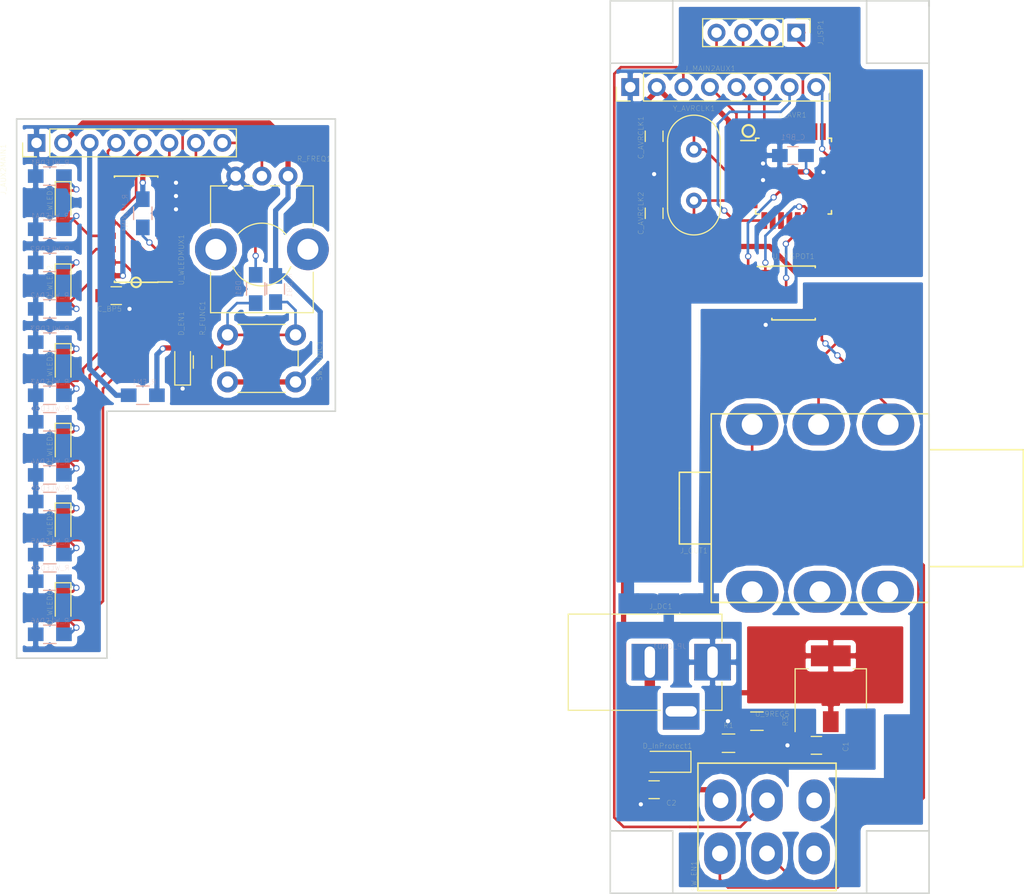
<source format=kicad_pcb>
(kicad_pcb (version 4) (host pcbnew 4.0.7)
  (layers (0 F.Cu signal) (31 B.Cu signal) (34 B.Paste user) (35 F.Paste user) (36 B.SilkS user) (37 F.SilkS user) (38 B.Mask user) (39 F.Mask user) (44 Edge.Cuts user))
  (net 0 "")
  (net 1 /GND)
  (net 2 /9V)
  (net 3 /+5V)
  (net 4 /XTAL1)
  (net 5 /XTAL2)
  (net 6 "Net-(D_EN1-Pad2)")
  (net 7 "Net-(D_InProtect1-Pad2)")
  (net 8 "Net-(D_WLED1-Pad1)")
  (net 9 /WAVELED1)
  (net 10 "Net-(D_WLED2-Pad1)")
  (net 11 /WAVELED2)
  (net 12 "Net-(D_WLED3-Pad1)")
  (net 13 /WAVELED3)
  (net 14 "Net-(D_WLED4-Pad1)")
  (net 15 /WAVELED4)
  (net 16 "Net-(D_WLED5-Pad1)")
  (net 17 /WAVELED5)
  (net 18 "Net-(D_WLED6-Pad1)")
  (net 19 /WAVELED6)
  (net 20 "Net-(J_DC1-Pad3)")
  (net 21 /MOSI)
  (net 22 /MISO)
  (net 23 /SCK)
  (net 24 /ISPCS)
  (net 25 "Net-(J_OUT1-Pad5)")
  (net 26 "Net-(J_OUT1-Pad4)")
  (net 27 "Net-(J_OUT1-Pad6)")
  (net 28 /REG_ADJ)
  (net 29 /ADC2_FREQ)
  (net 30 "Net-(SW_EN1-Pad3)")
  (net 31 /WAVEMUXB)
  (net 32 /WAVEMUXC)
  (net 33 "Net-(U_AVR1-Pad10)")
  (net 34 "Net-(U_AVR1-Pad11)")
  (net 35 "Net-(U_AVR1-Pad12)")
  (net 36 "Net-(U_AVR1-Pad13)")
  (net 37 /DACCS)
  (net 38 "Net-(U_AVR1-Pad19)")
  (net 39 "Net-(U_AVR1-Pad22)")
  (net 40 "Net-(U_AVR1-Pad24)")
  (net 41 "Net-(U_AVR1-Pad25)")
  (net 42 "Net-(U_AVR1-Pad26)")
  (net 43 "Net-(U_AVR1-Pad27)")
  (net 44 "Net-(U_AVR1-Pad28)")
  (net 45 /SW_FUNC)
  (net 46 "Net-(U_AVR1-Pad31)")
  (net 47 /WAVEMUXA)
  (net 48 "Net-(U_WLEDMUX1-Pad2)")
  (net 49 "Net-(U_WLEDMUX1-Pad4)")
  (net 50 "Net-(C_DB1-Pad2)")
  (net 51 "Net-(R_MUXIN1-Pad2)")
  (net 52 /AUX5V)
  (net 53 /AUXGND)
  (net 54 /PWRLED)
  (net 55 "Net-(J_AUX2MAIN1-Pad4)")
  (net 56 "Net-(J_AUX2MAIN1-Pad5)")
  (net 57 "Net-(J_AUX2MAIN1-Pad6)")
  (net 58 /PWRSW)
  (net 59 "Net-(SW_EN1-Pad6)")
  (net 60 /AUX_SWFUNC)
  (net 61 /AUX_ADCFREQ)
  (net 62 /RING_SIGOUT)
  (net 63 /TIP_SIGOUT)
  (net 64 /SLEEVE_SIGOUT)
  (net 65 "Net-(SW_EN1-Pad5)")
  (net 66 "Net-(U_AVR1-Pad30)")
  (net 67 /DGND)
  (net 68 /AGND)
  (module Housings_QFP:TQFP-32_7x7mm_Pitch0.8mm (layer F.Cu) (at 142.875 69.215)
    (fp_text reference U_AVR1 (at -0.127 -5.842) (layer F.SilkS) (effects (font (size 0.5 0.5) (thickness 0.015))))
    (fp_text value _ATMEGA168A-AU)
    (pad 1 smd rect (at -4.25 -2.8) (size 1.6 0.55) (layers F.Cu F.Paste F.Mask) (net 31 /WAVEMUXB))
    (pad 2 smd rect (at -4.25 -2) (size 1.6 0.55) (layers F.Cu F.Paste F.Mask) (net 32 /WAVEMUXC))
    (pad 3 smd rect (at -4.25 -1.2) (size 1.6 0.55) (layers F.Cu F.Paste F.Mask) (net 67 /DGND))
    (pad 4 smd rect (at -4.25 -0.4) (size 1.6 0.55) (layers F.Cu F.Paste F.Mask) (net 3 /+5V))
    (pad 5 smd rect (at -4.25 0.4) (size 1.6 0.55) (layers F.Cu F.Paste F.Mask) (net 67 /DGND))
    (pad 6 smd rect (at -4.25 1.2) (size 1.6 0.55) (layers F.Cu F.Paste F.Mask) (net 3 /+5V))
    (pad 7 smd rect (at -4.25 2) (size 1.6 0.55) (layers F.Cu F.Paste F.Mask) (net 4 /XTAL1))
    (pad 8 smd rect (at -4.25 2.8) (size 1.6 0.55) (layers F.Cu F.Paste F.Mask) (net 5 /XTAL2))
    (pad 9 smd rect (at -2.8 4.25 90) (size 1.6 0.55) (layers F.Cu F.Paste F.Mask) (net 45 /SW_FUNC))
    (pad 10 smd rect (at -2 4.25 90) (size 1.6 0.55) (layers F.Cu F.Paste F.Mask) (net 33 "Net-(U_AVR1-Pad10)"))
    (pad 11 smd rect (at -1.2 4.25 90) (size 1.6 0.55) (layers F.Cu F.Paste F.Mask) (net 34 "Net-(U_AVR1-Pad11)"))
    (pad 12 smd rect (at -0.4 4.25 90) (size 1.6 0.55) (layers F.Cu F.Paste F.Mask) (net 35 "Net-(U_AVR1-Pad12)"))
    (pad 13 smd rect (at 0.4 4.25 90) (size 1.6 0.55) (layers F.Cu F.Paste F.Mask) (net 36 "Net-(U_AVR1-Pad13)"))
    (pad 14 smd rect (at 1.2 4.25 90) (size 1.6 0.55) (layers F.Cu F.Paste F.Mask) (net 37 /DACCS))
    (pad 15 smd rect (at 2 4.25 90) (size 1.6 0.55) (layers F.Cu F.Paste F.Mask) (net 21 /MOSI))
    (pad 16 smd rect (at 2.8 4.25 90) (size 1.6 0.55) (layers F.Cu F.Paste F.Mask) (net 22 /MISO))
    (pad 17 smd rect (at 4.25 2.8) (size 1.6 0.55) (layers F.Cu F.Paste F.Mask) (net 23 /SCK))
    (pad 18 smd rect (at 4.25 2) (size 1.6 0.55) (layers F.Cu F.Paste F.Mask) (net 3 /+5V))
    (pad 19 smd rect (at 4.25 1.2) (size 1.6 0.55) (layers F.Cu F.Paste F.Mask) (net 38 "Net-(U_AVR1-Pad19)"))
    (pad 20 smd rect (at 4.25 0.4) (size 1.6 0.55) (layers F.Cu F.Paste F.Mask) (net 3 /+5V))
    (pad 21 smd rect (at 4.25 -0.4) (size 1.6 0.55) (layers F.Cu F.Paste F.Mask) (net 67 /DGND))
    (pad 22 smd rect (at 4.25 -1.2) (size 1.6 0.55) (layers F.Cu F.Paste F.Mask) (net 39 "Net-(U_AVR1-Pad22)"))
    (pad 23 smd rect (at 4.25 -2) (size 1.6 0.55) (layers F.Cu F.Paste F.Mask) (net 29 /ADC2_FREQ))
    (pad 24 smd rect (at 4.25 -2.8) (size 1.6 0.55) (layers F.Cu F.Paste F.Mask) (net 40 "Net-(U_AVR1-Pad24)"))
    (pad 25 smd rect (at 2.8 -4.25 90) (size 1.6 0.55) (layers F.Cu F.Paste F.Mask) (net 41 "Net-(U_AVR1-Pad25)"))
    (pad 26 smd rect (at 2 -4.25 90) (size 1.6 0.55) (layers F.Cu F.Paste F.Mask) (net 42 "Net-(U_AVR1-Pad26)"))
    (pad 27 smd rect (at 1.2 -4.25 90) (size 1.6 0.55) (layers F.Cu F.Paste F.Mask) (net 43 "Net-(U_AVR1-Pad27)"))
    (pad 28 smd rect (at 0.4 -4.25 90) (size 1.6 0.55) (layers F.Cu F.Paste F.Mask) (net 44 "Net-(U_AVR1-Pad28)"))
    (pad 29 smd rect (at -0.4 -4.25 90) (size 1.6 0.55) (layers F.Cu F.Paste F.Mask) (net 24 /ISPCS))
    (pad 30 smd rect (at -1.2 -4.25 90) (size 1.6 0.55) (layers F.Cu F.Paste F.Mask) (net 66 "Net-(U_AVR1-Pad30)"))
    (pad 31 smd rect (at -2 -4.25 90) (size 1.6 0.55) (layers F.Cu F.Paste F.Mask) (net 46 "Net-(U_AVR1-Pad31)"))
    (pad 32 smd rect (at -2.8 -4.25 90) (size 1.6 0.55) (layers F.Cu F.Paste F.Mask) (net 47 /WAVEMUXA))
  )
  (module Potentiometers:Potentiometer_Bourns_PTV09A-1_Horizontal (layer F.Cu) (at 89.535 69.215 270)
    (fp_text reference R_FREQ1 (at -1.651 -7.493 360) (layer F.SilkS) (effects (font (size 0.5 0.5) (thickness 0.015))))
    (fp_text value B1K)
    (pad 3 thru_hole circle (at 0 -5 270) (size 1.8 1.8) (drill 1) (layers *.Cu *.Mask) (net 52 /AUX5V))
    (pad 2 thru_hole circle (at 0 -2.5 270) (size 1.8 1.8) (drill 1) (layers *.Cu *.Mask) (net 61 /AUX_ADCFREQ))
    (pad 1 thru_hole circle (at 0 0 270) (size 1.8 1.8) (drill 1) (layers *.Cu *.Mask) (net 53 /AUXGND))
    (pad 0 np_thru_hole circle (at 7 -6.9 270) (size 4 4) (drill 2) (layers *.Cu *.Mask))
    (pad 0 np_thru_hole circle (at 7 1.9 270) (size 4 4) (drill 2) (layers *.Cu *.Mask))
  )
  (module Capacitors_SMD:C_0805_HandSoldering (layer F.Cu) (at 145.0594 123.6472)
    (fp_text reference C1 (at 2.794 0.127 90) (layer F.SilkS) (effects (font (size 0.5 0.5) (thickness 0.015))))
    (fp_text value 100nF)
    (pad 1 smd rect (at -1.25 0) (size 1.5 1.25) (layers F.Cu F.Paste F.Mask) (net 1 /GND))
    (pad 2 smd rect (at 1.25 0) (size 1.5 1.25) (layers F.Cu F.Paste F.Mask) (net 2 /9V))
  )
  (module Capacitors_SMD:C_0805_HandSoldering (layer F.Cu) (at 129.54 127.889)
    (fp_text reference C2 (at 1.651 1.27) (layer F.SilkS) (effects (font (size 0.5 0.5) (thickness 0.015))))
    (fp_text value 100nF)
    (pad 1 smd rect (at -1.25 0) (size 1.5 1.25) (layers F.Cu F.Paste F.Mask) (net 1 /GND))
    (pad 2 smd rect (at 1.25 0) (size 1.5 1.25) (layers F.Cu F.Paste F.Mask) (net 3 /+5V))
  )
  (module Capacitors_SMD:C_0805_HandSoldering (layer F.Cu) (at 129.54 65.405 90)
    (fp_text reference C_AVRCLK1 (at -0.127 -1.27 90) (layer F.SilkS) (effects (font (size 0.5 0.5) (thickness 0.015))))
    (fp_text value 22pF)
    (pad 1 smd rect (at -1.25 0 90) (size 1.5 1.25) (layers F.Cu F.Paste F.Mask) (net 67 /DGND))
    (pad 2 smd rect (at 1.25 0 90) (size 1.5 1.25) (layers F.Cu F.Paste F.Mask) (net 4 /XTAL1))
  )
  (module Capacitors_SMD:C_0805_HandSoldering (layer F.Cu) (at 129.54 72.771 270)
    (fp_text reference C_AVRCLK2 (at 0 1.27 270) (layer F.SilkS) (effects (font (size 0.5 0.5) (thickness 0.015))))
    (fp_text value 22pF)
    (pad 1 smd rect (at -1.25 0 270) (size 1.5 1.25) (layers F.Cu F.Paste F.Mask) (net 67 /DGND))
    (pad 2 smd rect (at 1.25 0 270) (size 1.5 1.25) (layers F.Cu F.Paste F.Mask) (net 5 /XTAL2))
  )
  (module Diodes_SMD:D_SOD-123 (layer F.Cu) (at 130.81 125.222 180)
    (fp_text reference D_InProtect1 (at 0 1.524 180) (layer F.SilkS) (effects (font (size 0.5 0.5) (thickness 0.015))))
    (fp_text value _D_Schottky)
    (pad 1 smd rect (at -1.65 0 180) (size 0.9 1.2) (layers F.Cu F.Paste F.Mask) (net 2 /9V))
    (pad 2 smd rect (at 1.65 0 180) (size 0.9 1.2) (layers F.Cu F.Paste F.Mask) (net 7 "Net-(D_InProtect1-Pad2)"))
  )
  (module Connectors:BARREL_JACK (layer F.Cu) (at 135.128 115.697)
    (fp_text reference J_DC1 (at -4.953 -5.334 180) (layer F.SilkS) (effects (font (size 0.5 0.5) (thickness 0.015))))
    (fp_text value _Barrel_Jack)
    (pad 1 thru_hole rect (at 0 0) (size 3.5 3.5) (drill oval 1 3) (layers *.Cu *.Mask) (net 1 /GND))
    (pad 2 thru_hole rect (at -6 0) (size 3.5 3.5) (drill oval 1 3) (layers *.Cu *.Mask) (net 7 "Net-(D_InProtect1-Pad2)"))
    (pad 3 thru_hole rect (at -3 4.7) (size 3.5 3.5) (drill oval 3 1) (layers *.Cu *.Mask) (net 20 "Net-(J_DC1-Pad3)"))
  )
  (module Pin_Headers:Pin_Header_Straight_1x04_Pitch2.54mm (layer F.Cu) (at 143.129 55.499 270)
    (fp_text reference J_ISP1 (at 0 -2.33 270) (layer F.SilkS) (effects (font (size 0.5 0.5) (thickness 0.015))))
    (fp_text value Conn_01x04)
    (pad 1 thru_hole rect (at 0 0 270) (size 1.7 1.7) (drill 1) (layers *.Cu *.Mask) (net 21 /MOSI))
    (pad 2 thru_hole oval (at 0 2.54 270) (size 1.7 1.7) (drill 1) (layers *.Cu *.Mask) (net 22 /MISO))
    (pad 3 thru_hole oval (at 0 5.08 270) (size 1.7 1.7) (drill 1) (layers *.Cu *.Mask) (net 23 /SCK))
    (pad 4 thru_hole oval (at 0 7.62 270) (size 1.7 1.7) (drill 1) (layers *.Cu *.Mask) (net 24 /ISPCS))
  )
  (module TRS635mmJack:TRS635mmJack (layer F.Cu) (at 145.415 100.965 90)
    (fp_text reference J_OUT1 (at -4.064 -12.065 180) (layer F.SilkS) (effects (font (size 0.5 0.5) (thickness 0.015))))
    (fp_text value Audio-Jack-3_3Switches)
    (pad 5 thru_hole oval (at -8 -0.023 90) (size 4 5) (drill 2) (layers *.Cu *.Mask) (net 25 "Net-(J_OUT1-Pad5)"))
    (pad 2 thru_hole oval (at 8 -0.15 90) (size 4 5) (drill 2) (layers *.Cu *.Mask) (net 62 /RING_SIGOUT))
    (pad 4 thru_hole oval (at -8 -6.5 90) (size 4 5) (drill 2) (layers *.Cu *.Mask) (net 26 "Net-(J_OUT1-Pad4)"))
    (pad 1 thru_hole oval (at 8 -6.5 90) (size 4 5) (drill 2) (layers *.Cu *.Mask) (net 63 /TIP_SIGOUT))
    (pad 3 thru_hole oval (at 8 6.5 90) (size 4 5) (drill 2) (layers *.Cu *.Mask) (net 64 /SLEEVE_SIGOUT))
    (pad 6 thru_hole oval (at -8 6.477 90) (size 4 5) (drill 2) (layers *.Cu *.Mask) (net 27 "Net-(J_OUT1-Pad6)"))
  )
  (module Resistors_SMD:R_0805_HandSoldering (layer F.Cu) (at 136.652 123.444)
    (fp_text reference R1 (at 0 -1.7) (layer F.SilkS) (effects (font (size 0.5 0.5) (thickness 0.015))))
    (fp_text value 330R)
    (pad 1 smd rect (at -1.35 0) (size 1.5 1.3) (layers F.Cu F.Paste F.Mask) (net 3 /+5V))
    (pad 2 smd rect (at 1.35 0) (size 1.5 1.3) (layers F.Cu F.Paste F.Mask) (net 28 /REG_ADJ))
  )
  (module Resistors_SMD:R_0805_HandSoldering (layer F.Cu) (at 139.3698 121.3358 180)
    (fp_text reference R3 (at -2.7305 0 270) (layer F.SilkS) (effects (font (size 0.5 0.5) (thickness 0.015))))
    (fp_text value 1K)
    (pad 1 smd rect (at -1.35 0 180) (size 1.5 1.3) (layers F.Cu F.Paste F.Mask) (net 28 /REG_ADJ))
    (pad 2 smd rect (at 1.35 0 180) (size 1.5 1.3) (layers F.Cu F.Paste F.Mask) (net 1 /GND))
  )
  (module Resistors_SMD:R_0805_HandSoldering (layer B.Cu) (at 80.645 90.17)
    (fp_text reference R_EN1 (at 0.127 -1.27) (layer B.SilkS) (effects (font (size 0.5 0.5) (thickness 0.015)) (justify mirror)))
    (fp_text value R)
    (pad 1 smd rect (at -1.35 0) (size 1.5 1.3) (layers B.Cu B.Paste B.Mask) (net 54 /PWRLED))
    (pad 2 smd rect (at 1.35 0) (size 1.5 1.3) (layers B.Cu B.Paste B.Mask) (net 6 "Net-(D_EN1-Pad2)"))
  )
  (module Resistors_SMD:R_0805_HandSoldering (layer F.Cu) (at 86.36 86.995 270)
    (fp_text reference R_FUNC1 (at -4.191 0 270) (layer F.SilkS) (effects (font (size 0.5 0.5) (thickness 0.015))))
    (fp_text value 1K)
    (pad 1 smd rect (at -1.35 0 270) (size 1.5 1.3) (layers F.Cu F.Paste F.Mask) (net 50 "Net-(C_DB1-Pad2)"))
    (pad 2 smd rect (at 1.35 0 270) (size 1.5 1.3) (layers F.Cu F.Paste F.Mask) (net 53 /AUXGND))
  )
  (module Resistors_SMD:R_0805_HandSoldering (layer B.Cu) (at 71.755 74.295 180)
    (fp_text reference R_WLEDA1 (at 0 1.27 180) (layer B.SilkS) (effects (font (size 0.5 0.5) (thickness 0.015)) (justify mirror)))
    (fp_text value 1K)
    (pad 1 smd rect (at -1.35 0 180) (size 1.5 1.3) (layers B.Cu B.Paste B.Mask) (net 9 /WAVELED1))
    (pad 2 smd rect (at 1.35 0 180) (size 1.5 1.3) (layers B.Cu B.Paste B.Mask) (net 53 /AUXGND))
  )
  (module Resistors_SMD:R_0805_HandSoldering (layer B.Cu) (at 71.755 81.915 180)
    (fp_text reference R_WLEDA2 (at 0 1.27 180) (layer B.SilkS) (effects (font (size 0.5 0.5) (thickness 0.015)) (justify mirror)))
    (fp_text value 1K)
    (pad 1 smd rect (at -1.35 0 180) (size 1.5 1.3) (layers B.Cu B.Paste B.Mask) (net 11 /WAVELED2))
    (pad 2 smd rect (at 1.35 0 180) (size 1.5 1.3) (layers B.Cu B.Paste B.Mask) (net 53 /AUXGND))
  )
  (module Resistors_SMD:R_0805_HandSoldering (layer B.Cu) (at 71.755 90.17 180)
    (fp_text reference R_WLEDA3 (at 0 1.27 180) (layer B.SilkS) (effects (font (size 0.5 0.5) (thickness 0.015)) (justify mirror)))
    (fp_text value 1K)
    (pad 1 smd rect (at -1.35 0 180) (size 1.5 1.3) (layers B.Cu B.Paste B.Mask) (net 13 /WAVELED3))
    (pad 2 smd rect (at 1.35 0 180) (size 1.5 1.3) (layers B.Cu B.Paste B.Mask) (net 53 /AUXGND))
  )
  (module Resistors_SMD:R_0805_HandSoldering (layer B.Cu) (at 71.755 97.79 180)
    (fp_text reference R_WLEDA4 (at 0 1.27 180) (layer B.SilkS) (effects (font (size 0.5 0.5) (thickness 0.015)) (justify mirror)))
    (fp_text value 1K)
    (pad 1 smd rect (at -1.35 0 180) (size 1.5 1.3) (layers B.Cu B.Paste B.Mask) (net 15 /WAVELED4))
    (pad 2 smd rect (at 1.35 0 180) (size 1.5 1.3) (layers B.Cu B.Paste B.Mask) (net 53 /AUXGND))
  )
  (module Resistors_SMD:R_0805_HandSoldering (layer B.Cu) (at 71.755 105.41 180)
    (fp_text reference R_WLEDA5 (at 0 1.27 180) (layer B.SilkS) (effects (font (size 0.5 0.5) (thickness 0.015)) (justify mirror)))
    (fp_text value 1K)
    (pad 1 smd rect (at -1.35 0 180) (size 1.5 1.3) (layers B.Cu B.Paste B.Mask) (net 17 /WAVELED5))
    (pad 2 smd rect (at 1.35 0 180) (size 1.5 1.3) (layers B.Cu B.Paste B.Mask) (net 53 /AUXGND))
  )
  (module Resistors_SMD:R_0805_HandSoldering (layer B.Cu) (at 71.755 113.03 180)
    (fp_text reference R_WLEDA6 (at 0 1.27 180) (layer B.SilkS) (effects (font (size 0.5 0.5) (thickness 0.015)) (justify mirror)))
    (fp_text value 1K)
    (pad 1 smd rect (at -1.35 0 180) (size 1.5 1.3) (layers B.Cu B.Paste B.Mask) (net 19 /WAVELED6))
    (pad 2 smd rect (at 1.35 0 180) (size 1.5 1.3) (layers B.Cu B.Paste B.Mask) (net 53 /AUXGND))
  )
  (module Resistors_SMD:R_0805_HandSoldering (layer B.Cu) (at 71.755 69.215)
    (fp_text reference R_WLEDB1 (at 0 -1.27) (layer B.SilkS) (effects (font (size 0.5 0.5) (thickness 0.015)) (justify mirror)))
    (fp_text value 1K)
    (pad 1 smd rect (at -1.35 0) (size 1.5 1.3) (layers B.Cu B.Paste B.Mask) (net 53 /AUXGND))
    (pad 2 smd rect (at 1.35 0) (size 1.5 1.3) (layers B.Cu B.Paste B.Mask) (net 8 "Net-(D_WLED1-Pad1)"))
  )
  (module Resistors_SMD:R_0805_HandSoldering (layer B.Cu) (at 71.755 77.47)
    (fp_text reference R_WLEDB2 (at 0 -1.27) (layer B.SilkS) (effects (font (size 0.5 0.5) (thickness 0.015)) (justify mirror)))
    (fp_text value 1K)
    (pad 1 smd rect (at -1.35 0) (size 1.5 1.3) (layers B.Cu B.Paste B.Mask) (net 53 /AUXGND))
    (pad 2 smd rect (at 1.35 0) (size 1.5 1.3) (layers B.Cu B.Paste B.Mask) (net 10 "Net-(D_WLED2-Pad1)"))
  )
  (module Resistors_SMD:R_0805_HandSoldering (layer B.Cu) (at 71.755 85.09)
    (fp_text reference R_WLEDB3 (at 0 -1.27) (layer B.SilkS) (effects (font (size 0.5 0.5) (thickness 0.015)) (justify mirror)))
    (fp_text value 1K)
    (pad 1 smd rect (at -1.35 0) (size 1.5 1.3) (layers B.Cu B.Paste B.Mask) (net 53 /AUXGND))
    (pad 2 smd rect (at 1.35 0) (size 1.5 1.3) (layers B.Cu B.Paste B.Mask) (net 12 "Net-(D_WLED3-Pad1)"))
  )
  (module Resistors_SMD:R_0805_HandSoldering (layer B.Cu) (at 71.755 92.71)
    (fp_text reference R_WLEDB4 (at 0 -1.27) (layer B.SilkS) (effects (font (size 0.5 0.5) (thickness 0.015)) (justify mirror)))
    (fp_text value 1K)
    (pad 1 smd rect (at -1.35 0) (size 1.5 1.3) (layers B.Cu B.Paste B.Mask) (net 53 /AUXGND))
    (pad 2 smd rect (at 1.35 0) (size 1.5 1.3) (layers B.Cu B.Paste B.Mask) (net 14 "Net-(D_WLED4-Pad1)"))
  )
  (module Resistors_SMD:R_0805_HandSoldering (layer B.Cu) (at 71.755 100.33)
    (fp_text reference R_WLEDB5 (at 0 -1.27) (layer B.SilkS) (effects (font (size 0.5 0.5) (thickness 0.015)) (justify mirror)))
    (fp_text value 1K)
    (pad 1 smd rect (at -1.35 0) (size 1.5 1.3) (layers B.Cu B.Paste B.Mask) (net 53 /AUXGND))
    (pad 2 smd rect (at 1.35 0) (size 1.5 1.3) (layers B.Cu B.Paste B.Mask) (net 16 "Net-(D_WLED5-Pad1)"))
  )
  (module Resistors_SMD:R_0805_HandSoldering (layer B.Cu) (at 71.755 107.95)
    (fp_text reference R_WLEDB6 (at 0 -1.27) (layer B.SilkS) (effects (font (size 0.5 0.5) (thickness 0.015)) (justify mirror)))
    (fp_text value 1K)
    (pad 1 smd rect (at -1.35 0) (size 1.5 1.3) (layers B.Cu B.Paste B.Mask) (net 53 /AUXGND))
    (pad 2 smd rect (at 1.35 0) (size 1.5 1.3) (layers B.Cu B.Paste B.Mask) (net 18 "Net-(D_WLED6-Pad1)"))
  )
  (module DPDT_FOOT_ONON_ALPHA_W13MM_D12MM_P5:DPDT_FOOT_ONON_ALPHA_W13MM_D12MM_P5.08MM (layer F.Cu) (at 140.335 131.445 180)
    (fp_text reference SW_EN1 (at 6.985 -4.699 270) (layer F.SilkS) (effects (font (size 0.5 0.5) (thickness 0.015))))
    (fp_text value SW_DPDT_x2)
    (pad 2 thru_hole oval (at 0 2.54 180) (size 3 4) (drill 1.5) (layers *.Cu *.Mask) (net 58 /PWRSW))
    (pad 5 thru_hole oval (at 0 -2.54 180) (size 3 4) (drill 1.5) (layers *.Cu *.Mask) (net 65 "Net-(SW_EN1-Pad5)"))
    (pad 4 thru_hole oval (at 4.5085 -2.54 180) (size 3 4) (drill 1.5) (layers *.Cu *.Mask) (net 63 /TIP_SIGOUT))
    (pad 1 thru_hole oval (at 4.445 2.54 180) (size 3 4) (drill 1.5) (layers *.Cu *.Mask) (net 3 /+5V))
    (pad 3 thru_hole oval (at -4.5085 2.54 180) (size 3 4) (drill 1.5) (layers *.Cu *.Mask) (net 30 "Net-(SW_EN1-Pad3)"))
    (pad 6 thru_hole oval (at -4.5085 -2.54 180) (size 3 4) (drill 1.5) (layers *.Cu *.Mask) (net 59 "Net-(SW_EN1-Pad6)"))
  )
  (module Buttons_Switches_THT:SW_PUSH_6mm_h5mm (layer F.Cu) (at 95.25 88.9 180)
    (fp_text reference SW_FUNC1 (at -2.286 2.032 270) (layer F.SilkS) (effects (font (size 0.5 0.5) (thickness 0.015))))
    (fp_text value SW_Push)
    (pad 2 thru_hole circle (at 0 4.5 270) (size 2 2) (drill 1.1) (layers *.Cu *.Mask) (net 50 "Net-(C_DB1-Pad2)"))
    (pad 1 thru_hole circle (at 0 0 270) (size 2 2) (drill 1.1) (layers *.Cu *.Mask) (net 52 /AUX5V))
    (pad 2 thru_hole circle (at 6.5 4.5 270) (size 2 2) (drill 1.1) (layers *.Cu *.Mask) (net 50 "Net-(C_DB1-Pad2)"))
    (pad 1 thru_hole circle (at 6.5 0 270) (size 2 2) (drill 1.1) (layers *.Cu *.Mask) (net 52 /AUX5V))
  )
  (module TO_SOT_Packages_SMD:SOT-223-3_TabPin2 (layer F.Cu) (at 146.431 118.237 90)
    (fp_text reference U_9REG5 (at -2.413 -5.588 180) (layer F.SilkS) (effects (font (size 0.5 0.5) (thickness 0.015))))
    (fp_text value LM317_3PinPackage)
    (pad 2 smd rect (at 3.15 0 90) (size 2 3.8) (layers F.Cu F.Paste F.Mask) (net 3 /+5V))
    (pad 2 smd rect (at -3.15 0 90) (size 2 1.5) (layers F.Cu F.Paste F.Mask) (net 3 /+5V))
    (pad 3 smd rect (at -3.15 2.3 90) (size 2 1.5) (layers F.Cu F.Paste F.Mask) (net 2 /9V))
    (pad 1 smd rect (at -3.15 -2.3 90) (size 2 1.5) (layers F.Cu F.Paste F.Mask) (net 28 /REG_ADJ))
  )
  (module Housings_SOIC:SOIC-16_3.9x9.9mm_Pitch1.27mm (layer F.Cu) (at 80.01 74.295 180)
    (fp_text reference U_WLEDMUX1 (at -4.318 -2.921 270) (layer F.SilkS) (effects (font (size 0.5 0.5) (thickness 0.015))))
    (fp_text value _4051)
    (pad 1 smd rect (at -2.7 -4.445 180) (size 1.5 0.6) (layers F.Cu F.Paste F.Mask) (net 17 /WAVELED5))
    (pad 2 smd rect (at -2.7 -3.175 180) (size 1.5 0.6) (layers F.Cu F.Paste F.Mask) (net 48 "Net-(U_WLEDMUX1-Pad2)"))
    (pad 3 smd rect (at -2.7 -1.905 180) (size 1.5 0.6) (layers F.Cu F.Paste F.Mask) (net 51 "Net-(R_MUXIN1-Pad2)"))
    (pad 4 smd rect (at -2.7 -0.635 180) (size 1.5 0.6) (layers F.Cu F.Paste F.Mask) (net 49 "Net-(U_WLEDMUX1-Pad4)"))
    (pad 5 smd rect (at -2.7 0.635 180) (size 1.5 0.6) (layers F.Cu F.Paste F.Mask) (net 19 /WAVELED6))
    (pad 6 smd rect (at -2.7 1.905 180) (size 1.5 0.6) (layers F.Cu F.Paste F.Mask) (net 53 /AUXGND))
    (pad 7 smd rect (at -2.7 3.175 180) (size 1.5 0.6) (layers F.Cu F.Paste F.Mask) (net 53 /AUXGND))
    (pad 8 smd rect (at -2.7 4.445 180) (size 1.5 0.6) (layers F.Cu F.Paste F.Mask) (net 53 /AUXGND))
    (pad 9 smd rect (at 2.7 4.445 180) (size 1.5 0.6) (layers F.Cu F.Paste F.Mask) (net 55 "Net-(J_AUX2MAIN1-Pad4)"))
    (pad 10 smd rect (at 2.7 3.175 180) (size 1.5 0.6) (layers F.Cu F.Paste F.Mask) (net 56 "Net-(J_AUX2MAIN1-Pad5)"))
    (pad 11 smd rect (at 2.7 1.905 180) (size 1.5 0.6) (layers F.Cu F.Paste F.Mask) (net 57 "Net-(J_AUX2MAIN1-Pad6)"))
    (pad 12 smd rect (at 2.7 0.635 180) (size 1.5 0.6) (layers F.Cu F.Paste F.Mask) (net 15 /WAVELED4))
    (pad 13 smd rect (at 2.7 -0.635 180) (size 1.5 0.6) (layers F.Cu F.Paste F.Mask) (net 9 /WAVELED1))
    (pad 14 smd rect (at 2.7 -1.905 180) (size 1.5 0.6) (layers F.Cu F.Paste F.Mask) (net 11 /WAVELED2))
    (pad 15 smd rect (at 2.7 -3.175 180) (size 1.5 0.6) (layers F.Cu F.Paste F.Mask) (net 13 /WAVELED3))
    (pad 16 smd rect (at 2.7 -4.445 180) (size 1.5 0.6) (layers F.Cu F.Paste F.Mask) (net 52 /AUX5V))
  )
  (module Crystals:Crystal_HC49-4H_Vertical (layer F.Cu) (at 133.35 66.675 270)
    (fp_text reference Y_AVRCLK1 (at -3.937 0 360) (layer F.SilkS) (effects (font (size 0.5 0.5) (thickness 0.015))))
    (fp_text value 16MHz)
    (pad 1 thru_hole circle (at 0 0 270) (size 1.5 1.5) (drill 0.8) (layers *.Cu *.Mask) (net 4 /XTAL1))
    (pad 2 thru_hole circle (at 4.88 0 270) (size 1.5 1.5) (drill 0.8) (layers *.Cu *.Mask) (net 5 /XTAL2))
  )
  (module Capacitors_SMD:C_0805_HandSoldering (layer B.Cu) (at 142.8115 67.2465 180)
    (fp_text reference C_BP1 (at 0 1.75 180) (layer B.SilkS) (effects (font (size 0.5 0.5) (thickness 0.015)) (justify mirror)))
    (fp_text value 100nF)
    (pad 1 smd rect (at -1.25 0 180) (size 1.5 1.25) (layers B.Cu B.Paste B.Mask) (net 3 /+5V))
    (pad 2 smd rect (at 1.25 0 180) (size 1.5 1.25) (layers B.Cu B.Paste B.Mask) (net 67 /DGND))
  )
  (module Capacitors_SMD:C_0805_HandSoldering (layer F.Cu) (at 78.105 80.645)
    (fp_text reference C_BP5 (at -0.635 1.27) (layer F.SilkS) (effects (font (size 0.5 0.5) (thickness 0.015))))
    (fp_text value 100nF)
    (pad 1 smd rect (at -1.25 0) (size 1.5 1.25) (layers F.Cu F.Paste F.Mask) (net 52 /AUX5V))
    (pad 2 smd rect (at 1.25 0) (size 1.5 1.25) (layers F.Cu F.Paste F.Mask) (net 53 /AUXGND))
  )
  (module Capacitors_SMD:C_0805_HandSoldering (layer B.Cu) (at 93.345 80.01 270)
    (fp_text reference C_DB1 (at -0.5334 3.556 270) (layer B.SilkS) (effects (font (size 0.5 0.5) (thickness 0.015)) (justify mirror)))
    (fp_text value 1uF)
    (pad 1 smd rect (at -1.25 0 270) (size 1.5 1.25) (layers B.Cu B.Paste B.Mask) (net 52 /AUX5V))
    (pad 2 smd rect (at 1.25 0 270) (size 1.5 1.25) (layers B.Cu B.Paste B.Mask) (net 50 "Net-(C_DB1-Pad2)"))
  )
  (module LEDs:LED_0805_HandSoldering (layer F.Cu) (at 84.455 86.995 90)
    (fp_text reference D_EN1 (at 3.683 -0.127 90) (layer F.SilkS) (effects (font (size 0.5 0.5) (thickness 0.015))))
    (fp_text value LED)
    (pad 1 smd rect (at -1.35 0 90) (size 1.5 1.3) (layers F.Cu F.Paste F.Mask) (net 53 /AUXGND))
    (pad 2 smd rect (at 1.35 0 90) (size 1.5 1.3) (layers F.Cu F.Paste F.Mask) (net 6 "Net-(D_EN1-Pad2)"))
  )
  (module LEDs:LED_0805_HandSoldering (layer F.Cu) (at 73.025 71.9455 270)
    (fp_text reference D_WLED1 (at -0.1905 1.27 270) (layer F.SilkS) (effects (font (size 0.5 0.5) (thickness 0.015))))
    (fp_text value LED)
    (pad 1 smd rect (at -1.35 0 270) (size 1.5 1.3) (layers F.Cu F.Paste F.Mask) (net 8 "Net-(D_WLED1-Pad1)"))
    (pad 2 smd rect (at 1.35 0 270) (size 1.5 1.3) (layers F.Cu F.Paste F.Mask) (net 9 /WAVELED1))
  )
  (module LEDs:LED_0805_HandSoldering (layer F.Cu) (at 73.025 79.8195 270)
    (fp_text reference D_WLED2 (at -0.4445 1.27 270) (layer F.SilkS) (effects (font (size 0.5 0.5) (thickness 0.015))))
    (fp_text value LED)
    (pad 1 smd rect (at -1.35 0 270) (size 1.5 1.3) (layers F.Cu F.Paste F.Mask) (net 10 "Net-(D_WLED2-Pad1)"))
    (pad 2 smd rect (at 1.35 0 270) (size 1.5 1.3) (layers F.Cu F.Paste F.Mask) (net 11 /WAVELED2))
  )
  (module LEDs:LED_0805_HandSoldering (layer F.Cu) (at 73.025 87.4395 270)
    (fp_text reference D_WLED3 (at 0.1905 1.27 270) (layer F.SilkS) (effects (font (size 0.5 0.5) (thickness 0.015))))
    (fp_text value LED)
    (pad 1 smd rect (at -1.35 0 270) (size 1.5 1.3) (layers F.Cu F.Paste F.Mask) (net 12 "Net-(D_WLED3-Pad1)"))
    (pad 2 smd rect (at 1.35 0 270) (size 1.5 1.3) (layers F.Cu F.Paste F.Mask) (net 13 /WAVELED3))
  )
  (module LEDs:LED_0805_HandSoldering (layer F.Cu) (at 73.025 95.0595 270)
    (fp_text reference D_WLED4 (at 0.1905 1.27 270) (layer F.SilkS) (effects (font (size 0.5 0.5) (thickness 0.015))))
    (fp_text value LED)
    (pad 1 smd rect (at -1.35 0 270) (size 1.5 1.3) (layers F.Cu F.Paste F.Mask) (net 14 "Net-(D_WLED4-Pad1)"))
    (pad 2 smd rect (at 1.35 0 270) (size 1.5 1.3) (layers F.Cu F.Paste F.Mask) (net 15 /WAVELED4))
  )
  (module LEDs:LED_0805_HandSoldering (layer F.Cu) (at 73.025 102.6795 270)
    (fp_text reference D_WLED5 (at 0.1905 1.27 270) (layer F.SilkS) (effects (font (size 0.5 0.5) (thickness 0.015))))
    (fp_text value LED)
    (pad 1 smd rect (at -1.35 0 270) (size 1.5 1.3) (layers F.Cu F.Paste F.Mask) (net 16 "Net-(D_WLED5-Pad1)"))
    (pad 2 smd rect (at 1.35 0 270) (size 1.5 1.3) (layers F.Cu F.Paste F.Mask) (net 17 /WAVELED5))
  )
  (module LEDs:LED_0805_HandSoldering (layer F.Cu) (at 73.025 110.2995 270)
    (fp_text reference D_WLED6 (at 0.1905 1.27 270) (layer F.SilkS) (effects (font (size 0.5 0.5) (thickness 0.015))))
    (fp_text value LED)
    (pad 1 smd rect (at -1.35 0 270) (size 1.5 1.3) (layers F.Cu F.Paste F.Mask) (net 18 "Net-(D_WLED6-Pad1)"))
    (pad 2 smd rect (at 1.35 0 270) (size 1.5 1.3) (layers F.Cu F.Paste F.Mask) (net 19 /WAVELED6))
  )
  (module Resistors_SMD:R_0805_HandSoldering (layer B.Cu) (at 91.44 80.01 270)
    (fp_text reference R_DB1 (at -0.3302 -3.2258 270) (layer B.SilkS) (effects (font (size 0.5 0.5) (thickness 0.015)) (justify mirror)))
    (fp_text value 1K)
    (pad 1 smd rect (at -1.35 0 270) (size 1.5 1.3) (layers B.Cu B.Paste B.Mask) (net 60 /AUX_SWFUNC))
    (pad 2 smd rect (at 1.35 0 270) (size 1.5 1.3) (layers B.Cu B.Paste B.Mask) (net 50 "Net-(C_DB1-Pad2)"))
  )
  (module Resistors_SMD:R_0805_HandSoldering (layer B.Cu) (at 80.645 72.771 270)
    (fp_text reference R_MUXIN1 (at 0 1.7 270) (layer B.SilkS) (effects (font (size 0.5 0.5) (thickness 0.015)) (justify mirror)))
    (fp_text value 470R)
    (pad 1 smd rect (at -1.35 0 270) (size 1.5 1.3) (layers B.Cu B.Paste B.Mask) (net 52 /AUX5V))
    (pad 2 smd rect (at 1.35 0 270) (size 1.5 1.3) (layers B.Cu B.Paste B.Mask) (net 51 "Net-(R_MUXIN1-Pad2)"))
  )
  (module Pin_Headers:Pin_Header_Straight_1x08_Pitch2.54mm (layer F.Cu) (at 70.485 66.04 90)
    (fp_text reference J_AUX2MAIN1 (at -2.54 -3.175 90) (layer F.SilkS) (effects (font (size 0.5 0.5) (thickness 0.015))))
    (fp_text value _Conn_01x08)
    (pad 1 thru_hole rect (at 0 0 90) (size 1.7 1.7) (drill 1) (layers *.Cu *.Mask) (net 53 /AUXGND))
    (pad 2 thru_hole oval (at 0 2.54 90) (size 1.7 1.7) (drill 1) (layers *.Cu *.Mask) (net 52 /AUX5V))
    (pad 3 thru_hole oval (at 0 5.08 90) (size 1.7 1.7) (drill 1) (layers *.Cu *.Mask) (net 54 /PWRLED))
    (pad 4 thru_hole oval (at 0 7.62 90) (size 1.7 1.7) (drill 1) (layers *.Cu *.Mask) (net 55 "Net-(J_AUX2MAIN1-Pad4)"))
    (pad 5 thru_hole oval (at 0 10.16 90) (size 1.7 1.7) (drill 1) (layers *.Cu *.Mask) (net 56 "Net-(J_AUX2MAIN1-Pad5)"))
    (pad 6 thru_hole oval (at 0 12.7 90) (size 1.7 1.7) (drill 1) (layers *.Cu *.Mask) (net 57 "Net-(J_AUX2MAIN1-Pad6)"))
    (pad 7 thru_hole oval (at 0 15.24 90) (size 1.7 1.7) (drill 1) (layers *.Cu *.Mask) (net 60 /AUX_SWFUNC))
    (pad 8 thru_hole oval (at 0 17.78 90) (size 1.7 1.7) (drill 1) (layers *.Cu *.Mask) (net 61 /AUX_ADCFREQ))
  )
  (module Pin_Headers:Pin_Header_Straight_1x08_Pitch2.54mm (layer F.Cu) (at 127.254 60.706 90)
    (fp_text reference J_MAIN2AUX1 (at 1.778 7.62 180) (layer F.SilkS) (effects (font (size 0.5 0.5) (thickness 0.015))))
    (fp_text value Conn_01x08)
    (pad 1 thru_hole rect (at 0 0 90) (size 1.7 1.7) (drill 1) (layers *.Cu *.Mask) (net 67 /DGND))
    (pad 2 thru_hole oval (at 0 2.54 90) (size 1.7 1.7) (drill 1) (layers *.Cu *.Mask) (net 3 /+5V))
    (pad 3 thru_hole oval (at 0 5.08 90) (size 1.7 1.7) (drill 1) (layers *.Cu *.Mask) (net 58 /PWRSW))
    (pad 4 thru_hole oval (at 0 7.62 90) (size 1.7 1.7) (drill 1) (layers *.Cu *.Mask) (net 32 /WAVEMUXC))
    (pad 5 thru_hole oval (at 0 10.16 90) (size 1.7 1.7) (drill 1) (layers *.Cu *.Mask) (net 31 /WAVEMUXB))
    (pad 6 thru_hole oval (at 0 12.7 90) (size 1.7 1.7) (drill 1) (layers *.Cu *.Mask) (net 47 /WAVEMUXA))
    (pad 7 thru_hole oval (at 0 15.24 90) (size 1.7 1.7) (drill 1) (layers *.Cu *.Mask) (net 45 /SW_FUNC))
    (pad 8 thru_hole oval (at 0 17.78 90) (size 1.7 1.7) (drill 1) (layers *.Cu *.Mask) (net 29 /ADC2_FREQ))
  )
  (module Housings_SOIC:SOIC-8_3.9x4.9mm_Pitch1.27mm (layer F.Cu) (at 142.875 80.391)
    (fp_text reference U_DIGPOT1 (at 0 -3.5) (layer F.SilkS) (effects (font (size 0.5 0.5) (thickness 0.015))))
    (fp_text value _MCP41050)
    (pad 1 smd rect (at -2.7 -1.905) (size 1.55 0.6) (layers F.Cu F.Paste F.Mask) (net 37 /DACCS))
    (pad 2 smd rect (at -2.7 -0.635) (size 1.55 0.6) (layers F.Cu F.Paste F.Mask) (net 23 /SCK))
    (pad 3 smd rect (at -2.7 0.635) (size 1.55 0.6) (layers F.Cu F.Paste F.Mask) (net 21 /MOSI))
    (pad 4 smd rect (at -2.7 1.905) (size 1.55 0.6) (layers F.Cu F.Paste F.Mask) (net 68 /AGND))
    (pad 5 smd rect (at 2.7 1.905) (size 1.55 0.6) (layers F.Cu F.Paste F.Mask) (net 64 /SLEEVE_SIGOUT))
    (pad 6 smd rect (at 2.7 0.635) (size 1.55 0.6) (layers F.Cu F.Paste F.Mask) (net 65 "Net-(SW_EN1-Pad5)"))
    (pad 7 smd rect (at 2.7 -0.635) (size 1.55 0.6) (layers F.Cu F.Paste F.Mask) (net 62 /RING_SIGOUT))
    (pad 8 smd rect (at 2.7 -1.905) (size 1.55 0.6) (layers F.Cu F.Paste F.Mask) (net 3 /+5V))
  )
  (module NetTie-II_SMD_FakeConnected:NetTie-II_SMD_GraphicallyConnected (layer B.Cu) (at 130.937 110.109 180)
    (fp_text reference JP_GND1 (at -0.04064 -4.06908 180) (layer B.SilkS) (effects (font (size 0.5 0.5) (thickness 0.015)) (justify mirror)))
    (fp_text value Jumper_NC_Dual)
    (fp_line (start 3.024 0) (end 1.524 0) (layer B.Cu) (width 2))
    (fp_line (start -3.048 0) (end -1.548 0) (layer B.Cu) (width 2))
    (pad 1 smd rect (at -3.81 0 180) (size 1.99898 1.99898) (layers B.Cu B.Paste B.Mask) (net 68 /AGND))
    (pad 2 smd rect (at 0 0 180) (size 1.99898 1.99898) (layers B.Cu B.Paste B.Mask) (net 1 /GND))
    (pad 3 smd rect (at 3.81 0 180) (size 1.99898 1.99898) (layers B.Cu B.Paste B.Mask) (net 67 /DGND))
  )
  (gr_line (start 77.216 91.694) (end 77.216 115.316) (angle 90) (layer Edge.Cuts) (width 0.15))
  (gr_circle (center 80.01 79.375) (end 80.264 79.756) (layer F.SilkS) (width 0.2))
  (gr_circle (center 138.557 64.897) (end 139.065 65.151) (layer F.SilkS) (width 0.2))
  (gr_line (start 131.318 58.42) (end 125.349 58.42) (angle 90) (layer Edge.Cuts) (width 0.15))
  (gr_line (start 131.318 52.451) (end 131.318 58.42) (angle 90) (layer Edge.Cuts) (width 0.15))
  (gr_line (start 149.86 58.42) (end 149.86 52.451) (angle 90) (layer Edge.Cuts) (width 0.15))
  (gr_line (start 155.829 58.42) (end 149.86 58.42) (angle 90) (layer Edge.Cuts) (width 0.15))
  (gr_line (start 125.349 52.451) (end 155.829 52.451) (angle 90) (layer Edge.Cuts) (width 0.15))
  (gr_line (start 149.86 131.826) (end 155.829 131.826) (angle 90) (layer Edge.Cuts) (width 0.15))
  (gr_line (start 149.86 137.795) (end 149.86 131.826) (angle 90) (layer Edge.Cuts) (width 0.15))
  (gr_line (start 131.318 131.826) (end 131.318 137.795) (angle 90) (layer Edge.Cuts) (width 0.15))
  (gr_line (start 125.349 131.826) (end 131.318 131.826) (angle 90) (layer Edge.Cuts) (width 0.15))
  (gr_line (start 77.22 115.316) (end 68.58 115.316) (angle 90) (layer Edge.Cuts) (width 0.15))
  (gr_line (start 99.06 63.754) (end 99.06 91.694) (angle 90) (layer Edge.Cuts) (width 0.15))
  (gr_line (start 68.58 63.754) (end 68.58 115.316) (angle 90) (layer Edge.Cuts) (width 0.15))
  (gr_line (start 99.06 91.694) (end 77.24 91.694) (angle 90) (layer Edge.Cuts) (width 0.15))
  (gr_line (start 68.58 63.754) (end 99.06 63.754) (angle 90) (layer Edge.Cuts) (width 0.15))
  (gr_line (start 155.829 52.451) (end 155.829 52.959) (angle 90) (layer Edge.Cuts) (width 0.15))
  (gr_line (start 155.829 52.451) (end 155.829 52.959) (angle 90) (layer Edge.Cuts) (width 0.15))
  (gr_line (start 155.829 52.451) (end 155.829 52.959) (angle 90) (layer Edge.Cuts) (width 0.15))
  (gr_line (start 155.829 52.451) (end 155.829 52.959) (angle 90) (layer Edge.Cuts) (width 0.15))
  (gr_line (start 125.349 137.795) (end 125.349 52.451) (angle 90) (layer Edge.Cuts) (width 0.15))
  (gr_line (start 155.829 137.795) (end 125.349 137.795) (angle 90) (layer Edge.Cuts) (width 0.15))
  (gr_line (start 155.829 52.705) (end 155.829 137.795) (angle 90) (layer Edge.Cuts) (width 0.15))
  (segment (start 143.8094 123.6472) (end 142.2908 123.6472) (width 0.25) (layer F.Cu) (net 1))
  (via (at 142.2908 123.6472) (size 0.6) (drill 0.4) (layers F.Cu B.Cu) (net 1))
  (segment (start 138.0198 121.3358) (end 136.6012 121.3358) (width 0.25) (layer F.Cu) (net 1))
  (via (at 136.6012 121.3358) (size 0.6) (drill 0.4) (layers F.Cu B.Cu) (net 1))
  (segment (start 130.937 110.109) (end 130.937 112.903) (width 1) (layer B.Cu) (net 1))
  (segment (start 138.2468 121.1088) (end 138.0198 121.3358) (width 0.25) (layer F.Cu) (net 1))
  (via (at 128.27 129.286) (size 0.6) (drill 0.4) (layers F.Cu B.Cu) (net 1))
  (segment (start 128.29 129.266) (end 128.27 129.286) (width 0.5) (layer F.Cu) (net 1))
  (segment (start 128.29 127.889) (end 128.29 129.266) (width 0.5) (layer F.Cu) (net 1))
  (segment (start 128.27 129.286) (end 128.29 129.266) (width 0.5) (layer F.Cu) (net 1))
  (segment (start 138.1198 121.2358) (end 138.0198 121.3358) (width 0.25) (layer F.Cu) (net 1))
  (segment (start 146.3094 123.6472) (end 148.1328 123.6472) (width 1) (layer F.Cu) (net 2))
  (segment (start 148.731 123.049) (end 148.731 121.387) (width 1) (layer F.Cu) (net 2))
  (segment (start 148.1328 123.6472) (end 148.731 123.049) (width 1) (layer F.Cu) (net 2))
  (segment (start 146.3094 123.6472) (end 146.3094 124.7086) (width 1) (layer F.Cu) (net 2))
  (segment (start 146.3094 124.7086) (end 145.796 125.222) (width 1) (layer F.Cu) (net 2))
  (segment (start 132.46 125.222) (end 145.796 125.222) (width 1) (layer F.Cu) (net 2))
  (segment (start 146.3094 123.6472) (end 146.4564 123.6472) (width 1) (layer F.Cu) (net 2))
  (segment (start 126.619 73.787) (end 126.619 129.286) (width 0.5) (layer F.Cu) (net 3))
  (segment (start 130.79 129.56) (end 130.79 127.889) (width 0.5) (layer F.Cu) (net 3))
  (segment (start 129.794 130.556) (end 130.79 129.56) (width 0.5) (layer F.Cu) (net 3))
  (segment (start 127.889 130.556) (end 129.794 130.556) (width 0.5) (layer F.Cu) (net 3))
  (segment (start 126.619 129.286) (end 127.889 130.556) (width 0.5) (layer F.Cu) (net 3))
  (segment (start 143.256 78.486) (end 143.129 78.486) (width 0.5) (layer F.Cu) (net 3))
  (segment (start 143.129 78.486) (end 140.589 75.946) (width 0.5) (layer F.Cu) (net 3))
  (segment (start 140.589 75.946) (end 128.778 75.946) (width 0.5) (layer F.Cu) (net 3))
  (segment (start 126.619 64.262) (end 126.619 73.787) (width 0.5) (layer F.Cu) (net 3))
  (segment (start 143.256 78.486) (end 145.575 78.486) (width 0.5) (layer F.Cu) (net 3))
  (segment (start 126.619 73.787) (end 128.778 75.946) (width 0.5) (layer F.Cu) (net 3))
  (segment (start 135.302 123.444) (end 135.302 120.349) (width 0.5) (layer F.Cu) (net 3))
  (segment (start 137.033 118.618) (end 138.684 118.618) (width 0.5) (layer F.Cu) (net 3))
  (segment (start 135.302 120.349) (end 137.033 118.618) (width 0.5) (layer F.Cu) (net 3))
  (segment (start 130.79 127.889) (end 130.79 124.353) (width 0.5) (layer F.Cu) (net 3))
  (segment (start 135.302 123.444) (end 131.699 123.444) (width 0.5) (layer F.Cu) (net 3))
  (segment (start 130.79 124.353) (end 131.699 123.444) (width 0.5) (layer F.Cu) (net 3))
  (segment (start 130.79 127.889) (end 134.874 127.889) (width 0.5) (layer F.Cu) (net 3))
  (segment (start 134.874 127.889) (end 135.89 128.905) (width 0.5) (layer F.Cu) (net 3))
  (segment (start 130.79 127.889) (end 130.79 127.488) (width 0.5) (layer F.Cu) (net 3))
  (segment (start 130.89 127.989) (end 130.937 127.942) (width 0.5) (layer F.Cu) (net 3))
  (segment (start 146.511 121.467) (end 146.431 121.387) (width 0.25) (layer F.Cu) (net 3))
  (segment (start 135.382 123.524) (end 135.302 123.444) (width 0.25) (layer F.Cu) (net 3))
  (segment (start 145.1165 69.615) (end 145.1165 70.5675) (width 0.5) (layer F.Cu) (net 3))
  (segment (start 145.764 71.215) (end 147.125 71.215) (width 0.5) (layer F.Cu) (net 3))
  (segment (start 145.1165 70.5675) (end 145.764 71.215) (width 0.5) (layer F.Cu) (net 3))
  (segment (start 144.0815 68.7705) (end 144.272 68.7705) (width 0.25) (layer F.Cu) (net 3))
  (segment (start 144.272 68.7705) (end 145.06575 69.56425) (width 0.5) (layer F.Cu) (net 3))
  (segment (start 145.06575 69.56425) (end 145.1165 69.615) (width 0.25) (layer F.Cu) (net 3))
  (segment (start 138.625 70.415) (end 140.2145 70.415) (width 0.5) (layer F.Cu) (net 3))
  (segment (start 141.097 69.5325) (end 141.097 68.815) (width 0.5) (layer F.Cu) (net 3))
  (segment (start 140.2145 70.415) (end 141.097 69.5325) (width 0.5) (layer F.Cu) (net 3))
  (segment (start 138.625 68.815) (end 141.097 68.815) (width 0.5) (layer F.Cu) (net 3))
  (segment (start 141.097 68.815) (end 143.8065 68.815) (width 0.5) (layer F.Cu) (net 3))
  (segment (start 143.8065 68.815) (end 144.0815 68.7705) (width 0.25) (layer F.Cu) (net 3))
  (segment (start 145.1165 69.615) (end 147.125 69.615) (width 0.5) (layer F.Cu) (net 3))
  (via (at 144.0815 68.7705) (size 0.6) (drill 0.4) (layers F.Cu B.Cu) (net 3))
  (segment (start 144.0615 67.2465) (end 144.0815 68.7705) (width 0.25) (layer B.Cu) (net 3))
  (segment (start 126.619 64.262) (end 126.873 64.008) (width 0.25) (layer F.Cu) (net 3))
  (segment (start 129.794 61.087) (end 126.873 64.008) (width 0.5) (layer F.Cu) (net 3))
  (segment (start 126.873 64.008) (end 126.619 64.262) (width 0.5) (layer F.Cu) (net 3))
  (segment (start 129.794 60.706) (end 129.794 61.087) (width 0.25) (layer F.Cu) (net 3))
  (segment (start 138.625 68.815) (end 137.522 68.815) (width 0.5) (layer F.Cu) (net 3))
  (segment (start 131.572 62.484) (end 129.794 60.706) (width 0.5) (layer F.Cu) (net 3))
  (segment (start 135.255 62.484) (end 131.572 62.484) (width 0.5) (layer F.Cu) (net 3))
  (segment (start 136.652 63.881) (end 135.255 62.484) (width 0.5) (layer F.Cu) (net 3))
  (segment (start 136.652 67.945) (end 136.652 63.881) (width 0.5) (layer F.Cu) (net 3))
  (segment (start 137.522 68.815) (end 136.652 67.945) (width 0.5) (layer F.Cu) (net 3))
  (segment (start 129.54 64.155) (end 132.1635 64.155) (width 0.25) (layer F.Cu) (net 4))
  (segment (start 133.35 65.3415) (end 133.35 66.675) (width 0.25) (layer F.Cu) (net 4))
  (segment (start 132.1635 64.155) (end 133.35 65.3415) (width 0.25) (layer F.Cu) (net 4))
  (segment (start 133.35 66.675) (end 134.366 66.675) (width 0.25) (layer F.Cu) (net 4))
  (segment (start 138.625 71.215) (end 137.636 71.215) (width 0.25) (layer F.Cu) (net 4))
  (segment (start 134.366 66.675) (end 137.287 69.596) (width 0.25) (layer F.Cu) (net 4))
  (segment (start 137.287 69.596) (end 137.287 70.866) (width 0.25) (layer F.Cu) (net 4))
  (segment (start 137.287 70.866) (end 137.636 71.215) (width 0.25) (layer F.Cu) (net 4))
  (segment (start 133.33 66.655) (end 133.35 66.675) (width 0.25) (layer F.Cu) (net 4))
  (segment (start 138.53 71.12) (end 138.625 71.215) (width 0.25) (layer F.Cu) (net 4))
  (segment (start 129.54 74.021) (end 132.1635 74.021) (width 0.25) (layer F.Cu) (net 5))
  (segment (start 133.35 72.8345) (end 133.35 71.555) (width 0.25) (layer F.Cu) (net 5))
  (segment (start 132.1635 74.021) (end 133.35 72.8345) (width 0.25) (layer F.Cu) (net 5))
  (segment (start 133.316 71.521) (end 133.35 71.555) (width 0.25) (layer F.Cu) (net 5))
  (segment (start 138.625 72.015) (end 137.547 72.015) (width 0.25) (layer F.Cu) (net 5))
  (segment (start 137.547 72.015) (end 137.087 71.555) (width 0.25) (layer F.Cu) (net 5))
  (segment (start 137.087 71.555) (end 133.35 71.555) (width 0.25) (layer F.Cu) (net 5))
  (segment (start 133.257 71.648) (end 133.35 71.555) (width 0.25) (layer F.Cu) (net 5))
  (segment (start 129.54 74.021) (end 129.487 74.275) (width 0.25) (layer F.Cu) (net 5))
  (segment (start 81.995 90.17) (end 81.995 86.28) (width 0.5) (layer B.Cu) (net 6))
  (segment (start 82.63 85.645) (end 84.455 85.645) (width 0.5) (layer F.Cu) (net 6))
  (segment (start 82.55 85.725) (end 82.63 85.645) (width 0.25) (layer F.Cu) (net 6))
  (via (at 82.55 85.725) (size 0.6) (drill 0.4) (layers F.Cu B.Cu) (net 6))
  (segment (start 81.995 86.28) (end 82.55 85.725) (width 0.5) (layer B.Cu) (net 6))
  (segment (start 129.16 125.222) (end 129.16 119.316) (width 1) (layer F.Cu) (net 7))
  (segment (start 129.16 119.316) (end 129.128 119.284) (width 1) (layer F.Cu) (net 7))
  (segment (start 129.128 115.697) (end 129.128 119.284) (width 1) (layer F.Cu) (net 7))
  (segment (start 73.025 70.5955) (end 74.1845 70.5955) (width 0.25) (layer F.Cu) (net 8))
  (segment (start 74.295 70.485) (end 73.105 69.215) (width 0.25) (layer B.Cu) (net 8))
  (via (at 74.295 70.485) (size 0.6) (drill 0.4) (layers F.Cu B.Cu) (net 8))
  (segment (start 74.1845 70.5955) (end 74.295 70.485) (width 0.25) (layer F.Cu) (net 8))
  (segment (start 73.025 73.2955) (end 74.0245 73.2955) (width 0.25) (layer F.Cu) (net 9))
  (segment (start 74.295 73.025) (end 73.105 74.295) (width 0.25) (layer B.Cu) (net 9))
  (via (at 74.295 73.025) (size 0.6) (drill 0.4) (layers F.Cu B.Cu) (net 9))
  (segment (start 74.0245 73.2955) (end 74.295 73.025) (width 0.25) (layer F.Cu) (net 9))
  (segment (start 73.025 73.2955) (end 73.9305 73.2955) (width 0.25) (layer F.Cu) (net 9))
  (segment (start 75.565 74.93) (end 77.31 74.93) (width 0.25) (layer F.Cu) (net 9))
  (segment (start 73.9305 73.2955) (end 75.565 74.93) (width 0.25) (layer F.Cu) (net 9))
  (segment (start 73.025 78.4695) (end 73.2955 78.4695) (width 0.25) (layer F.Cu) (net 10))
  (segment (start 73.2955 78.4695) (end 74.295 77.47) (width 0.25) (layer F.Cu) (net 10))
  (via (at 74.295 77.47) (size 0.6) (drill 0.4) (layers F.Cu B.Cu) (net 10))
  (segment (start 74.295 77.47) (end 73.105 77.47) (width 0.25) (layer B.Cu) (net 10))
  (segment (start 73.105 81.915) (end 74.295 81.915) (width 0.25) (layer B.Cu) (net 11))
  (via (at 74.295 81.915) (size 0.6) (drill 0.4) (layers F.Cu B.Cu) (net 11))
  (segment (start 74.295 81.915) (end 73.5495 81.1695) (width 0.25) (layer F.Cu) (net 11))
  (segment (start 73.025 81.1695) (end 73.5495 81.1695) (width 0.25) (layer F.Cu) (net 11))
  (segment (start 73.025 81.1695) (end 73.7705 81.1695) (width 0.25) (layer F.Cu) (net 11))
  (segment (start 73.7705 81.1695) (end 75.565 79.375) (width 0.25) (layer F.Cu) (net 11))
  (segment (start 76.2 76.2) (end 77.31 76.2) (width 0.25) (layer F.Cu) (net 11))
  (segment (start 75.565 76.835) (end 76.2 76.2) (width 0.25) (layer F.Cu) (net 11))
  (segment (start 75.565 79.375) (end 75.565 76.835) (width 0.25) (layer F.Cu) (net 11))
  (segment (start 73.025 86.0895) (end 73.9305 86.0895) (width 0.25) (layer F.Cu) (net 12))
  (segment (start 74.295 85.725) (end 73.66 85.09) (width 0.25) (layer B.Cu) (net 12))
  (via (at 74.295 85.725) (size 0.6) (drill 0.4) (layers F.Cu B.Cu) (net 12))
  (segment (start 73.9305 86.0895) (end 74.295 85.725) (width 0.25) (layer F.Cu) (net 12))
  (segment (start 73.66 85.09) (end 73.105 85.09) (width 0.25) (layer B.Cu) (net 12))
  (segment (start 73.025 88.7895) (end 73.5495 88.7895) (width 0.25) (layer F.Cu) (net 13))
  (segment (start 73.5495 88.7895) (end 74.295 89.535) (width 0.25) (layer F.Cu) (net 13))
  (segment (start 74.295 89.535) (end 73.66 90.17) (width 0.25) (layer B.Cu) (net 13))
  (via (at 74.295 89.535) (size 0.6) (drill 0.4) (layers F.Cu B.Cu) (net 13))
  (segment (start 73.66 90.17) (end 73.105 90.17) (width 0.25) (layer B.Cu) (net 13))
  (segment (start 73.025 88.7895) (end 74.4055 88.7895) (width 0.25) (layer F.Cu) (net 13))
  (segment (start 78.74 77.47) (end 77.31 77.47) (width 0.25) (layer F.Cu) (net 13))
  (segment (start 80.645 79.375) (end 78.74 77.47) (width 0.25) (layer F.Cu) (net 13))
  (segment (start 80.645 81.915) (end 80.645 79.375) (width 0.25) (layer F.Cu) (net 13))
  (segment (start 74.93 87.63) (end 80.645 81.915) (width 0.25) (layer F.Cu) (net 13))
  (segment (start 74.93 88.265) (end 74.93 87.63) (width 0.25) (layer F.Cu) (net 13))
  (segment (start 74.4055 88.7895) (end 74.93 88.265) (width 0.25) (layer F.Cu) (net 13))
  (segment (start 73.025 93.7095) (end 73.9305 93.7095) (width 0.25) (layer F.Cu) (net 14))
  (segment (start 74.295 93.345) (end 73.66 92.71) (width 0.25) (layer B.Cu) (net 14))
  (via (at 74.295 93.345) (size 0.6) (drill 0.4) (layers F.Cu B.Cu) (net 14))
  (segment (start 73.9305 93.7095) (end 74.295 93.345) (width 0.25) (layer F.Cu) (net 14))
  (segment (start 73.66 92.71) (end 73.105 92.71) (width 0.25) (layer B.Cu) (net 14))
  (segment (start 73.025 96.4095) (end 73.5495 96.4095) (width 0.25) (layer F.Cu) (net 15))
  (segment (start 73.5495 96.4095) (end 74.295 97.155) (width 0.25) (layer F.Cu) (net 15))
  (segment (start 74.295 97.155) (end 73.66 97.79) (width 0.25) (layer B.Cu) (net 15))
  (via (at 74.295 97.155) (size 0.6) (drill 0.4) (layers F.Cu B.Cu) (net 15))
  (segment (start 73.66 97.79) (end 73.105 97.79) (width 0.25) (layer B.Cu) (net 15))
  (segment (start 73.025 96.4095) (end 74.4055 96.4095) (width 0.25) (layer F.Cu) (net 15))
  (segment (start 78.105 73.66) (end 77.31 73.66) (width 0.25) (layer F.Cu) (net 15))
  (segment (start 81.28 76.835) (end 78.105 73.66) (width 0.25) (layer F.Cu) (net 15))
  (segment (start 81.28 82.55) (end 81.28 76.835) (width 0.25) (layer F.Cu) (net 15))
  (segment (start 75.565 88.265) (end 81.28 82.55) (width 0.25) (layer F.Cu) (net 15))
  (segment (start 75.565 95.25) (end 75.565 88.265) (width 0.25) (layer F.Cu) (net 15))
  (segment (start 74.4055 96.4095) (end 75.565 95.25) (width 0.25) (layer F.Cu) (net 15))
  (segment (start 73.025 101.3295) (end 73.9305 101.3295) (width 0.25) (layer F.Cu) (net 16))
  (segment (start 74.295 100.965) (end 73.66 100.33) (width 0.25) (layer B.Cu) (net 16))
  (via (at 74.295 100.965) (size 0.6) (drill 0.4) (layers F.Cu B.Cu) (net 16))
  (segment (start 73.9305 101.3295) (end 74.295 100.965) (width 0.25) (layer F.Cu) (net 16))
  (segment (start 73.66 100.33) (end 73.105 100.33) (width 0.25) (layer B.Cu) (net 16))
  (segment (start 73.025 104.0295) (end 73.5495 104.0295) (width 0.25) (layer F.Cu) (net 17))
  (segment (start 73.5495 104.0295) (end 74.295 104.775) (width 0.25) (layer F.Cu) (net 17))
  (segment (start 74.295 104.775) (end 73.66 105.41) (width 0.25) (layer B.Cu) (net 17))
  (via (at 74.295 104.775) (size 0.6) (drill 0.4) (layers F.Cu B.Cu) (net 17))
  (segment (start 73.66 105.41) (end 73.105 105.41) (width 0.25) (layer B.Cu) (net 17))
  (segment (start 73.025 104.0295) (end 75.0405 104.0295) (width 0.25) (layer F.Cu) (net 17))
  (segment (start 82.71 82.39) (end 82.71 78.74) (width 0.25) (layer F.Cu) (net 17))
  (segment (start 76.2 88.9) (end 82.71 82.39) (width 0.25) (layer F.Cu) (net 17))
  (segment (start 76.2 102.87) (end 76.2 88.9) (width 0.25) (layer F.Cu) (net 17))
  (segment (start 75.0405 104.0295) (end 76.2 102.87) (width 0.25) (layer F.Cu) (net 17))
  (segment (start 73.025 108.9495) (end 73.9305 108.9495) (width 0.25) (layer F.Cu) (net 18))
  (segment (start 74.295 108.585) (end 73.66 107.95) (width 0.25) (layer B.Cu) (net 18))
  (via (at 74.295 108.585) (size 0.6) (drill 0.4) (layers F.Cu B.Cu) (net 18))
  (segment (start 73.9305 108.9495) (end 74.295 108.585) (width 0.25) (layer F.Cu) (net 18))
  (segment (start 73.66 107.95) (end 73.105 107.95) (width 0.25) (layer B.Cu) (net 18))
  (segment (start 73.025 111.6495) (end 73.5495 111.6495) (width 0.25) (layer F.Cu) (net 19))
  (segment (start 73.5495 111.6495) (end 74.295 112.395) (width 0.25) (layer F.Cu) (net 19))
  (segment (start 74.295 112.395) (end 73.66 113.03) (width 0.25) (layer B.Cu) (net 19))
  (via (at 74.295 112.395) (size 0.6) (drill 0.4) (layers F.Cu B.Cu) (net 19))
  (segment (start 73.66 113.03) (end 73.105 113.03) (width 0.25) (layer B.Cu) (net 19))
  (segment (start 73.025 111.6495) (end 75.0405 111.6495) (width 0.25) (layer F.Cu) (net 19))
  (segment (start 83.82 73.66) (end 82.71 73.66) (width 0.25) (layer F.Cu) (net 19))
  (segment (start 84.455 74.295) (end 83.82 73.66) (width 0.25) (layer F.Cu) (net 19))
  (segment (start 84.455 81.915) (end 84.455 74.295) (width 0.25) (layer F.Cu) (net 19))
  (segment (start 76.835 89.535) (end 84.455 81.915) (width 0.25) (layer F.Cu) (net 19))
  (segment (start 76.835 109.855) (end 76.835 89.535) (width 0.25) (layer F.Cu) (net 19))
  (segment (start 75.0405 111.6495) (end 76.835 109.855) (width 0.25) (layer F.Cu) (net 19))
  (segment (start 144.875 75.057) (end 142.7734 75.057) (width 0.25) (layer F.Cu) (net 21))
  (segment (start 141.8844 81.026) (end 140.175 81.026) (width 0.25) (layer F.Cu) (net 21))
  (segment (start 142.1638 80.7466) (end 141.8844 81.026) (width 0.25) (layer F.Cu) (net 21))
  (segment (start 142.1638 78.9432) (end 142.1638 80.7466) (width 0.25) (layer F.Cu) (net 21))
  (via (at 142.1638 78.9432) (size 0.6) (drill 0.4) (layers F.Cu B.Cu) (net 21))
  (segment (start 142.1638 75.7174) (end 142.1638 78.9432) (width 0.25) (layer B.Cu) (net 21))
  (segment (start 142.1384 75.692) (end 142.1638 75.7174) (width 0.25) (layer B.Cu) (net 21))
  (via (at 142.1384 75.692) (size 0.6) (drill 0.4) (layers F.Cu B.Cu) (net 21))
  (segment (start 142.7734 75.057) (end 142.1384 75.692) (width 0.25) (layer F.Cu) (net 21))
  (segment (start 144.875 75.057) (end 144.875 73.465) (width 0.25) (layer F.Cu) (net 21))
  (segment (start 143.129 55.499) (end 143.129 56.134) (width 0.25) (layer F.Cu) (net 21))
  (segment (start 143.129 56.134) (end 144.653 57.658) (width 0.25) (layer F.Cu) (net 21))
  (segment (start 147.5105 75.057) (end 144.875 75.057) (width 0.25) (layer F.Cu) (net 21))
  (segment (start 149.733 72.8345) (end 147.5105 75.057) (width 0.25) (layer F.Cu) (net 21))
  (segment (start 149.733 65.024) (end 149.733 72.8345) (width 0.25) (layer F.Cu) (net 21))
  (segment (start 148.463 63.754) (end 149.733 65.024) (width 0.25) (layer F.Cu) (net 21))
  (segment (start 148.463 60.198) (end 148.463 63.754) (width 0.25) (layer F.Cu) (net 21))
  (segment (start 145.923 57.658) (end 148.463 60.198) (width 0.25) (layer F.Cu) (net 21))
  (segment (start 144.653 57.658) (end 145.923 57.658) (width 0.25) (layer F.Cu) (net 21))
  (segment (start 143.129 55.499) (end 143.891 55.499) (width 0.25) (layer F.Cu) (net 21))
  (segment (start 145.675 73.465) (end 148.277 73.465) (width 0.25) (layer F.Cu) (net 22))
  (segment (start 149.098 72.644) (end 149.098 65.278) (width 0.25) (layer F.Cu) (net 22))
  (segment (start 148.277 73.465) (end 149.098 72.644) (width 0.25) (layer F.Cu) (net 22))
  (segment (start 140.589 55.499) (end 140.589 57.404) (width 0.25) (layer F.Cu) (net 22))
  (segment (start 147.828 64.008) (end 149.098 65.278) (width 0.25) (layer F.Cu) (net 22))
  (segment (start 147.828 60.452) (end 147.828 64.008) (width 0.25) (layer F.Cu) (net 22))
  (segment (start 145.542 58.166) (end 147.828 60.452) (width 0.25) (layer F.Cu) (net 22))
  (segment (start 141.351 58.166) (end 145.542 58.166) (width 0.25) (layer F.Cu) (net 22))
  (segment (start 140.589 57.404) (end 141.351 58.166) (width 0.25) (layer F.Cu) (net 22))
  (segment (start 140.175 79.756) (end 138.9888 79.756) (width 0.25) (layer F.Cu) (net 23))
  (segment (start 145.167 72.015) (end 147.125 72.015) (width 0.25) (layer F.Cu) (net 23))
  (segment (start 143.891 70.739) (end 145.167 72.015) (width 0.25) (layer F.Cu) (net 23))
  (segment (start 141.478 70.739) (end 143.891 70.739) (width 0.25) (layer F.Cu) (net 23))
  (segment (start 140.97 71.247) (end 141.478 70.739) (width 0.25) (layer F.Cu) (net 23))
  (via (at 140.97 71.247) (size 0.6) (drill 0.4) (layers F.Cu B.Cu) (net 23))
  (segment (start 138.5062 73.7108) (end 140.97 71.247) (width 0.25) (layer B.Cu) (net 23))
  (segment (start 138.5062 76.8604) (end 138.5062 73.7108) (width 0.25) (layer B.Cu) (net 23))
  (segment (start 138.5316 76.8858) (end 138.5062 76.8604) (width 0.25) (layer B.Cu) (net 23))
  (via (at 138.5316 76.8858) (size 0.6) (drill 0.4) (layers F.Cu B.Cu) (net 23))
  (segment (start 138.5316 79.2988) (end 138.5316 76.8858) (width 0.25) (layer F.Cu) (net 23))
  (segment (start 138.9888 79.756) (end 138.5316 79.2988) (width 0.25) (layer F.Cu) (net 23))
  (segment (start 138.049 55.499) (end 138.049 57.912) (width 0.25) (layer F.Cu) (net 23))
  (segment (start 148.076 72.015) (end 147.125 72.015) (width 0.25) (layer F.Cu) (net 23))
  (segment (start 148.463 71.628) (end 148.076 72.015) (width 0.25) (layer F.Cu) (net 23))
  (segment (start 148.463 65.659) (end 148.463 71.628) (width 0.25) (layer F.Cu) (net 23))
  (segment (start 147.193 64.389) (end 148.463 65.659) (width 0.25) (layer F.Cu) (net 23))
  (segment (start 147.193 60.706) (end 147.193 64.389) (width 0.25) (layer F.Cu) (net 23))
  (segment (start 145.161 58.674) (end 147.193 60.706) (width 0.25) (layer F.Cu) (net 23))
  (segment (start 138.811 58.674) (end 145.161 58.674) (width 0.25) (layer F.Cu) (net 23))
  (segment (start 138.049 57.912) (end 138.811 58.674) (width 0.25) (layer F.Cu) (net 23))
  (segment (start 143.764 59.69) (end 143.256 59.182) (width 0.25) (layer F.Cu) (net 24))
  (segment (start 135.509 57.277) (end 135.509 55.499) (width 0.25) (layer F.Cu) (net 24))
  (segment (start 137.414 59.182) (end 135.509 57.277) (width 0.25) (layer F.Cu) (net 24))
  (segment (start 143.256 59.182) (end 137.414 59.182) (width 0.25) (layer F.Cu) (net 24))
  (segment (start 142.475 64.965) (end 142.475 63.519) (width 0.25) (layer F.Cu) (net 24))
  (segment (start 143.764 62.23) (end 143.764 59.69) (width 0.25) (layer F.Cu) (net 24))
  (segment (start 142.475 63.519) (end 143.764 62.23) (width 0.25) (layer F.Cu) (net 24))
  (segment (start 142.602 65.043) (end 142.475 64.965) (width 0.25) (layer F.Cu) (net 24))
  (segment (start 140.1318 123.444) (end 140.7668 122.809) (width 0.25) (layer F.Cu) (net 28))
  (segment (start 140.7668 122.809) (end 140.7668 121.3828) (width 0.25) (layer F.Cu) (net 28))
  (segment (start 140.7668 121.3828) (end 140.7198 121.3358) (width 0.25) (layer F.Cu) (net 28))
  (segment (start 140.7198 121.3358) (end 144.0798 121.3358) (width 0.25) (layer F.Cu) (net 28))
  (segment (start 144.0798 121.3358) (end 144.131 121.387) (width 0.25) (layer F.Cu) (net 28))
  (segment (start 140.7198 121.3358) (end 140.7198 121.4158) (width 0.25) (layer F.Cu) (net 28))
  (segment (start 138.002 123.444) (end 140.1318 123.444) (width 0.25) (layer F.Cu) (net 28))
  (segment (start 145.6055 66.6115) (end 145.6055 66.7385) (width 0.25) (layer F.Cu) (net 29))
  (segment (start 145.6055 66.7385) (end 146.082 67.215) (width 0.25) (layer F.Cu) (net 29))
  (segment (start 145.6055 66.6115) (end 145.6055 61.2775) (width 0.25) (layer B.Cu) (net 29))
  (segment (start 145.6055 61.2775) (end 145.034 60.706) (width 0.25) (layer B.Cu) (net 29))
  (segment (start 147.125 67.215) (end 146.082 67.215) (width 0.25) (layer F.Cu) (net 29))
  (via (at 145.6055 66.6115) (size 0.6) (drill 0.4) (layers F.Cu B.Cu) (net 29))
  (segment (start 138.625 66.415) (end 138.625 61.917) (width 0.25) (layer F.Cu) (net 31))
  (segment (start 138.625 61.917) (end 137.414 60.706) (width 0.25) (layer F.Cu) (net 31))
  (segment (start 137.609 60.901) (end 137.414 60.706) (width 0.25) (layer F.Cu) (net 31))
  (segment (start 138.625 67.215) (end 137.827 67.215) (width 0.25) (layer F.Cu) (net 32))
  (segment (start 137.827 67.215) (end 137.414 66.802) (width 0.25) (layer F.Cu) (net 32))
  (segment (start 137.414 63.246) (end 134.874 60.706) (width 0.25) (layer F.Cu) (net 32))
  (segment (start 137.414 66.802) (end 137.414 63.246) (width 0.25) (layer F.Cu) (net 32))
  (segment (start 140.175 78.486) (end 140.175 77.503) (width 0.25) (layer F.Cu) (net 37))
  (segment (start 144.075 72.2692) (end 144.075 73.465) (width 0.25) (layer F.Cu) (net 37))
  (segment (start 143.9164 72.1106) (end 144.075 72.2692) (width 0.25) (layer F.Cu) (net 37))
  (segment (start 143.4338 72.1106) (end 143.9164 72.1106) (width 0.25) (layer F.Cu) (net 37))
  (segment (start 143.4084 72.136) (end 143.4338 72.1106) (width 0.25) (layer F.Cu) (net 37))
  (via (at 143.4084 72.136) (size 0.6) (drill 0.4) (layers F.Cu B.Cu) (net 37))
  (segment (start 142.9766 72.136) (end 143.4084 72.136) (width 0.25) (layer B.Cu) (net 37))
  (segment (start 140.1826 74.93) (end 142.9766 72.136) (width 0.25) (layer B.Cu) (net 37))
  (segment (start 140.1826 77.4954) (end 140.1826 74.93) (width 0.25) (layer B.Cu) (net 37))
  (via (at 140.1826 77.4954) (size 0.6) (drill 0.4) (layers F.Cu B.Cu) (net 37))
  (segment (start 140.175 77.503) (end 140.1826 77.4954) (width 0.25) (layer F.Cu) (net 37))
  (segment (start 140.075 73.465) (end 137.1936 73.465) (width 0.25) (layer F.Cu) (net 45))
  (segment (start 142.494 62.23) (end 142.494 60.706) (width 0.25) (layer B.Cu) (net 45))
  (segment (start 141.6558 63.0682) (end 142.494 62.23) (width 0.25) (layer B.Cu) (net 45))
  (segment (start 136.779 63.0682) (end 141.6558 63.0682) (width 0.25) (layer B.Cu) (net 45))
  (segment (start 135.636 64.2112) (end 136.779 63.0682) (width 0.25) (layer B.Cu) (net 45))
  (segment (start 135.636 71.9074) (end 135.636 64.2112) (width 0.25) (layer B.Cu) (net 45))
  (segment (start 136.2456 72.517) (end 135.636 71.9074) (width 0.25) (layer B.Cu) (net 45))
  (via (at 136.2456 72.517) (size 0.6) (drill 0.4) (layers F.Cu B.Cu) (net 45))
  (segment (start 137.1936 73.465) (end 136.2456 72.517) (width 0.25) (layer F.Cu) (net 45))
  (segment (start 140.075 64.965) (end 140.075 60.827) (width 0.25) (layer F.Cu) (net 47))
  (segment (start 140.075 60.827) (end 139.954 60.706) (width 0.25) (layer F.Cu) (net 47))
  (segment (start 93.345 81.26) (end 94.468 81.26) (width 0.25) (layer B.Cu) (net 50))
  (segment (start 95.25 82.042) (end 95.25 84.4) (width 0.25) (layer B.Cu) (net 50))
  (segment (start 94.468 81.26) (end 95.25 82.042) (width 0.25) (layer B.Cu) (net 50))
  (segment (start 88.75 84.4) (end 88.75 82.2682) (width 0.25) (layer B.Cu) (net 50))
  (segment (start 89.6582 81.36) (end 91.44 81.36) (width 0.25) (layer B.Cu) (net 50))
  (segment (start 88.75 82.2682) (end 89.6582 81.36) (width 0.25) (layer B.Cu) (net 50))
  (segment (start 86.36 85.645) (end 88.14 85.645) (width 0.25) (layer F.Cu) (net 50))
  (segment (start 88.14 85.645) (end 88.75 84.4) (width 0.25) (layer F.Cu) (net 50))
  (segment (start 88.75 84.4) (end 95.25 84.4) (width 0.25) (layer F.Cu) (net 50))
  (segment (start 81.28 75.565) (end 80.645 74.93) (width 0.25) (layer B.Cu) (net 51))
  (segment (start 81.915 76.2) (end 81.28 75.565) (width 0.25) (layer F.Cu) (net 51))
  (via (at 81.28 75.565) (size 0.6) (drill 0.4) (layers F.Cu B.Cu) (net 51))
  (segment (start 82.71 76.2) (end 81.915 76.2) (width 0.25) (layer F.Cu) (net 51))
  (segment (start 80.645 74.93) (end 80.645 74.121) (width 0.25) (layer B.Cu) (net 51))
  (segment (start 93.345 78.76) (end 94.1778 78.76) (width 0.5) (layer B.Cu) (net 52))
  (segment (start 97.6122 86.5378) (end 95.25 88.9) (width 0.5) (layer B.Cu) (net 52))
  (segment (start 97.6122 82.1944) (end 97.6122 86.5378) (width 0.5) (layer B.Cu) (net 52))
  (segment (start 94.1778 78.76) (end 97.6122 82.1944) (width 0.5) (layer B.Cu) (net 52))
  (segment (start 93.345 78.76) (end 93.345 72.4916) (width 0.5) (layer B.Cu) (net 52))
  (segment (start 94.535 71.3016) (end 94.535 69.215) (width 0.5) (layer B.Cu) (net 52))
  (segment (start 93.345 72.4916) (end 94.535 71.3016) (width 0.5) (layer B.Cu) (net 52))
  (segment (start 78.74 78.74) (end 78.74 73.326) (width 0.5) (layer B.Cu) (net 52))
  (segment (start 78.74 73.326) (end 80.645 71.421) (width 0.5) (layer B.Cu) (net 52))
  (segment (start 84.455 64.135) (end 74.93 64.135) (width 0.5) (layer F.Cu) (net 52))
  (segment (start 74.93 64.135) (end 73.025 66.04) (width 0.5) (layer F.Cu) (net 52))
  (segment (start 84.455 64.135) (end 84.455 67.31) (width 0.25) (layer F.Cu) (net 52))
  (segment (start 84.455 67.31) (end 83.185 68.58) (width 0.5) (layer F.Cu) (net 52))
  (segment (start 83.185 68.58) (end 81.28 68.58) (width 0.5) (layer F.Cu) (net 52))
  (segment (start 81.28 68.58) (end 80.645 69.215) (width 0.5) (layer F.Cu) (net 52))
  (segment (start 80.645 69.215) (end 80.645 69.85) (width 0.5) (layer F.Cu) (net 52))
  (via (at 80.645 69.85) (size 0.6) (drill 0.4) (layers F.Cu B.Cu) (net 52))
  (segment (start 80.645 69.85) (end 80.645 71.421) (width 0.5) (layer B.Cu) (net 52))
  (segment (start 94.535 65.96) (end 94.535 69.215) (width 0.5) (layer F.Cu) (net 52))
  (segment (start 92.71 64.135) (end 94.535 65.96) (width 0.5) (layer F.Cu) (net 52))
  (segment (start 84.455 64.135) (end 92.71 64.135) (width 0.5) (layer F.Cu) (net 52))
  (segment (start 95.25 88.9) (end 88.75 88.9) (width 0.5) (layer F.Cu) (net 52))
  (segment (start 78.74 78.74) (end 77.31 78.74) (width 0.5) (layer F.Cu) (net 52))
  (via (at 78.74 78.74) (size 0.6) (drill 0.4) (layers F.Cu B.Cu) (net 52))
  (segment (start 76.835 80.665) (end 76.835 79.215) (width 0.5) (layer F.Cu) (net 52))
  (segment (start 76.835 79.215) (end 77.31 78.74) (width 0.25) (layer F.Cu) (net 52))
  (segment (start 73.025 66.04) (end 73.025 65.405) (width 0.25) (layer B.Cu) (net 52))
  (segment (start 73.025 66.675) (end 73.025 66.04) (width 0.25) (layer B.Cu) (net 52))
  (segment (start 82.71 71.12) (end 83.82 71.12) (width 0.25) (layer F.Cu) (net 53))
  (via (at 83.82 71.12) (size 0.6) (drill 0.4) (layers F.Cu B.Cu) (net 53))
  (segment (start 84.455 88.345) (end 84.455 89.535) (width 0.5) (layer F.Cu) (net 53))
  (via (at 84.455 89.535) (size 0.6) (drill 0.4) (layers F.Cu B.Cu) (net 53))
  (segment (start 79.355 80.645) (end 79.355 81.895) (width 0.25) (layer F.Cu) (net 53))
  (via (at 79.375 81.915) (size 0.6) (drill 0.4) (layers F.Cu B.Cu) (net 53))
  (segment (start 79.355 81.895) (end 79.375 81.915) (width 0.25) (layer F.Cu) (net 53))
  (segment (start 82.71 69.85) (end 83.82 69.85) (width 0.25) (layer F.Cu) (net 53))
  (via (at 83.82 69.85) (size 0.6) (drill 0.4) (layers F.Cu B.Cu) (net 53))
  (segment (start 82.71 72.39) (end 83.82 72.39) (width 0.25) (layer F.Cu) (net 53))
  (via (at 83.82 72.39) (size 0.6) (drill 0.4) (layers F.Cu B.Cu) (net 53))
  (segment (start 84.455 88.345) (end 86.36 88.345) (width 0.25) (layer F.Cu) (net 53))
  (segment (start 75.565 66.04) (end 75.565 87.63) (width 0.5) (layer B.Cu) (net 54))
  (segment (start 78.105 90.17) (end 79.295 90.17) (width 0.5) (layer B.Cu) (net 54))
  (segment (start 75.565 87.63) (end 78.105 90.17) (width 0.5) (layer B.Cu) (net 54))
  (segment (start 77.31 69.85) (end 77.31 66.835) (width 0.25) (layer F.Cu) (net 55))
  (segment (start 77.31 66.835) (end 78.105 66.04) (width 0.25) (layer F.Cu) (net 55))
  (segment (start 80.645 66.04) (end 80.645 66.675) (width 0.25) (layer F.Cu) (net 56))
  (segment (start 80.645 66.675) (end 79.375 67.945) (width 0.25) (layer F.Cu) (net 56))
  (segment (start 79.375 67.945) (end 79.375 70.485) (width 0.25) (layer F.Cu) (net 56))
  (segment (start 79.375 70.485) (end 78.74 71.12) (width 0.25) (layer F.Cu) (net 56))
  (segment (start 78.74 71.12) (end 77.31 71.12) (width 0.25) (layer F.Cu) (net 56))
  (segment (start 77.31 72.39) (end 78.74 72.39) (width 0.25) (layer F.Cu) (net 57))
  (segment (start 83.185 67.31) (end 83.185 66.04) (width 0.25) (layer F.Cu) (net 57))
  (segment (start 82.55 67.945) (end 83.185 67.31) (width 0.25) (layer F.Cu) (net 57))
  (segment (start 80.645 67.945) (end 82.55 67.945) (width 0.25) (layer F.Cu) (net 57))
  (segment (start 80.01 68.58) (end 80.645 67.945) (width 0.25) (layer F.Cu) (net 57))
  (segment (start 80.01 71.12) (end 80.01 68.58) (width 0.25) (layer F.Cu) (net 57))
  (segment (start 78.74 72.39) (end 80.01 71.12) (width 0.25) (layer F.Cu) (net 57))
  (segment (start 83.185 66.675) (end 83.185 66.04) (width 0.25) (layer F.Cu) (net 57))
  (segment (start 132.969 131.445) (end 126.619 131.445) (width 0.25) (layer F.Cu) (net 58))
  (segment (start 126.619 131.445) (end 125.73 130.556) (width 0.25) (layer F.Cu) (net 58))
  (segment (start 137.795 131.445) (end 140.335 128.905) (width 0.25) (layer F.Cu) (net 58))
  (segment (start 132.969 131.445) (end 137.795 131.445) (width 0.25) (layer F.Cu) (net 58))
  (segment (start 125.73 130.556) (end 125.73 59.436) (width 0.25) (layer F.Cu) (net 58))
  (segment (start 125.73 59.436) (end 126.365 58.801) (width 0.25) (layer F.Cu) (net 58))
  (segment (start 126.365 58.801) (end 131.699 58.801) (width 0.25) (layer F.Cu) (net 58))
  (segment (start 131.699 58.801) (end 132.334 59.436) (width 0.25) (layer F.Cu) (net 58))
  (segment (start 132.334 59.436) (end 132.334 60.706) (width 0.25) (layer F.Cu) (net 58))
  (segment (start 140.335 128.905) (end 140.589 128.905) (width 0.25) (layer F.Cu) (net 58))
  (segment (start 91.44 78.66) (end 91.44 76.835) (width 0.25) (layer B.Cu) (net 60))
  (segment (start 85.725 69.0372) (end 85.725 66.04) (width 0.25) (layer F.Cu) (net 60))
  (segment (start 91.4146 74.7268) (end 85.725 69.0372) (width 0.25) (layer F.Cu) (net 60))
  (segment (start 91.4146 76.8096) (end 91.4146 74.7268) (width 0.25) (layer F.Cu) (net 60))
  (segment (start 91.44 76.835) (end 91.4146 76.8096) (width 0.25) (layer F.Cu) (net 60))
  (via (at 91.44 76.835) (size 0.6) (drill 0.4) (layers F.Cu B.Cu) (net 60))
  (segment (start 92.035 69.215) (end 92.035 67.27) (width 0.25) (layer F.Cu) (net 61))
  (segment (start 90.805 66.04) (end 88.265 66.04) (width 0.25) (layer F.Cu) (net 61))
  (segment (start 92.035 67.27) (end 90.805 66.04) (width 0.25) (layer F.Cu) (net 61))
  (segment (start 145.575 79.756) (end 146.812 79.756) (width 0.25) (layer F.Cu) (net 62))
  (segment (start 145.265 86.891) (end 145.265 92.965) (width 0.25) (layer F.Cu) (net 62))
  (segment (start 147.447 84.709) (end 145.265 86.891) (width 0.25) (layer F.Cu) (net 62))
  (segment (start 147.447 80.391) (end 147.447 84.709) (width 0.25) (layer F.Cu) (net 62))
  (segment (start 146.812 79.756) (end 147.447 80.391) (width 0.25) (layer F.Cu) (net 62))
  (segment (start 145.16 92.965) (end 145.265 92.965) (width 0.25) (layer F.Cu) (net 62))
  (segment (start 138.915 92.965) (end 138.915 96.751) (width 0.25) (layer F.Cu) (net 63))
  (segment (start 135.8265 136.4615) (end 135.8265 133.985) (width 0.25) (layer F.Cu) (net 63))
  (segment (start 136.6012 137.2362) (end 135.8265 136.4615) (width 0.25) (layer F.Cu) (net 63))
  (segment (start 147.0914 137.2362) (end 136.6012 137.2362) (width 0.25) (layer F.Cu) (net 63))
  (segment (start 148.4122 135.9154) (end 147.0914 137.2362) (width 0.25) (layer F.Cu) (net 63))
  (segment (start 148.4122 131.3942) (end 148.4122 135.9154) (width 0.25) (layer F.Cu) (net 63))
  (segment (start 149.1234 130.683) (end 148.4122 131.3942) (width 0.25) (layer F.Cu) (net 63))
  (segment (start 153.289 130.683) (end 149.1234 130.683) (width 0.25) (layer F.Cu) (net 63))
  (segment (start 155.321 128.651) (end 153.289 130.683) (width 0.25) (layer F.Cu) (net 63))
  (segment (start 155.321 106.426) (end 155.321 128.651) (width 0.25) (layer F.Cu) (net 63))
  (segment (start 153.416 104.521) (end 155.321 106.426) (width 0.25) (layer F.Cu) (net 63))
  (segment (start 146.685 104.521) (end 153.416 104.521) (width 0.25) (layer F.Cu) (net 63))
  (segment (start 138.915 96.751) (end 146.685 104.521) (width 0.25) (layer F.Cu) (net 63))
  (segment (start 137.159 92.965) (end 138.915 92.965) (width 0.25) (layer F.Cu) (net 63))
  (segment (start 145.575 82.296) (end 145.575 84.869) (width 0.25) (layer F.Cu) (net 64))
  (segment (start 147.066 86.36) (end 151.915 91.209) (width 0.25) (layer F.Cu) (net 64))
  (via (at 147.066 86.36) (size 0.6) (drill 0.4) (layers F.Cu B.Cu) (net 64))
  (segment (start 145.923 85.217) (end 147.066 86.36) (width 0.25) (layer B.Cu) (net 64))
  (via (at 145.923 85.217) (size 0.6) (drill 0.4) (layers F.Cu B.Cu) (net 64))
  (segment (start 145.575 84.869) (end 145.923 85.217) (width 0.25) (layer F.Cu) (net 64))
  (segment (start 151.915 91.209) (end 151.915 92.965) (width 0.25) (layer F.Cu) (net 64))
  (segment (start 147.6502 130.7846) (end 147.6502 135.4074) (width 0.25) (layer F.Cu) (net 65))
  (segment (start 143.0782 136.7282) (end 140.335 133.985) (width 0.25) (layer F.Cu) (net 65))
  (segment (start 146.3294 136.7282) (end 143.0782 136.7282) (width 0.25) (layer F.Cu) (net 65))
  (segment (start 147.6502 135.4074) (end 146.3294 136.7282) (width 0.25) (layer F.Cu) (net 65))
  (segment (start 145.575 81.026) (end 144.78 81.026) (width 0.25) (layer F.Cu) (net 65))
  (segment (start 148.3868 130.048) (end 147.6502 130.7846) (width 0.25) (layer F.Cu) (net 65))
  (segment (start 153.035 130.048) (end 148.3868 130.048) (width 0.25) (layer F.Cu) (net 65))
  (segment (start 154.813 128.27) (end 153.035 130.048) (width 0.25) (layer F.Cu) (net 65))
  (segment (start 154.813 106.934) (end 154.813 128.27) (width 0.25) (layer F.Cu) (net 65))
  (segment (start 153.035 105.156) (end 154.813 106.934) (width 0.25) (layer F.Cu) (net 65))
  (segment (start 146.304 105.156) (end 153.035 105.156) (width 0.25) (layer F.Cu) (net 65))
  (segment (start 135.001 93.853) (end 146.304 105.156) (width 0.25) (layer F.Cu) (net 65))
  (segment (start 135.001 90.805) (end 135.001 93.853) (width 0.25) (layer F.Cu) (net 65))
  (segment (start 144.78 81.026) (end 135.001 90.805) (width 0.25) (layer F.Cu) (net 65))
  (segment (start 145.575 81.026) (end 144.907 81.026) (width 0.25) (layer F.Cu) (net 65))
  (segment (start 141.675 64.965) (end 141.802 64.7) (width 0.25) (layer F.Cu) (net 66))
  (segment (start 127.127 110.109) (end 127.127 107.442) (width 1) (layer B.Cu) (net 67))
  (segment (start 129.54 71.521) (end 129.54 69.0245) (width 0.25) (layer F.Cu) (net 67))
  (via (at 129.54 69.0245) (size 0.6) (drill 0.4) (layers F.Cu B.Cu) (net 67))
  (segment (start 129.54 69.0245) (end 129.54 66.655) (width 0.25) (layer F.Cu) (net 67))
  (segment (start 138.625 69.615) (end 139.935 69.615) (width 0.25) (layer F.Cu) (net 67))
  (via (at 139.954 69.596) (size 0.6) (drill 0.4) (layers F.Cu B.Cu) (net 67))
  (segment (start 139.935 69.615) (end 139.954 69.596) (width 0.25) (layer F.Cu) (net 67))
  (segment (start 138.625 68.015) (end 139.9475 68.015) (width 0.25) (layer F.Cu) (net 67))
  (via (at 139.954 68.0085) (size 0.6) (drill 0.4) (layers F.Cu B.Cu) (net 67))
  (segment (start 139.9475 68.015) (end 139.954 68.0085) (width 0.25) (layer F.Cu) (net 67))
  (segment (start 147.125 68.815) (end 145.7515 68.815) (width 0.25) (layer F.Cu) (net 67))
  (via (at 145.7325 68.834) (size 0.6) (drill 0.4) (layers F.Cu B.Cu) (net 67))
  (segment (start 145.7515 68.815) (end 145.7325 68.834) (width 0.25) (layer F.Cu) (net 67))
  (segment (start 134.747 110.109) (end 134.747 107.442) (width 1) (layer B.Cu) (net 68))
  (segment (start 140.175 82.296) (end 140.175 83.406) (width 0.25) (layer F.Cu) (net 68))
  (via (at 140.208 83.439) (size 0.6) (drill 0.4) (layers F.Cu B.Cu) (net 68))
  (segment (start 140.175 83.406) (end 140.208 83.439) (width 0.25) (layer F.Cu) (net 68))
  (zone (net 53) (net_name /AUXGND) (layer B.Cu) (connect_pads (clearance 0.508)) (min_thickness 0.254) (fill yes (arc_segments 16) (thermal_gap 0.508) (thermal_bridge_width 0.508))
    (polygon (pts (xy 99.06 91.694) (xy 77.216 91.694) (xy 77.216 115.316) (xy 68.58 115.316) (xy 68.58 63.754) (xy 99.06 63.754)))
  )
  (zone (net 1) (net_name /GND) (layer B.Cu) (connect_pads (clearance 0.508)) (min_thickness 0.254) (fill yes (arc_segments 16) (thermal_gap 0.508) (thermal_bridge_width 0.508))
    (polygon (pts (xy 142.4432 130.9116) (xy 125.5014 130.9116) (xy 125.222 111.8362) (xy 137.922 111.8362) (xy 137.922 120.142) (xy 145.034 120.142) (xy 145.034 122.555) (xy 147.828 122.555) (xy 147.828 120.142) (xy 150.7236 120.1166) (xy 150.7236 125.984) (xy 145.669 125.984) (xy 142.4178 125.984)))
  )
  (zone (net 3) (net_name /+5V) (layer F.Cu) (connect_pads (clearance 0.508)) (min_thickness 0.254) (fill yes (arc_segments 16) (thermal_gap 0.508) (thermal_bridge_width 0.508))
    (polygon (pts (xy 153.3652 119.634) (xy 147.32 119.634) (xy 147.32 122.428) (xy 145.542 122.428) (xy 145.542 119.634) (xy 138.43 119.634) (xy 138.43 112.268) (xy 153.3652 112.268)))
  )
  (zone (net 67) (net_name /DGND) (layer B.Cu) (connect_pads (clearance 0.508)) (min_thickness 0.254) (fill yes (arc_segments 16) (thermal_gap 0.508) (thermal_bridge_width 0.508))
    (polygon (pts (xy 155.829 78.867) (xy 143.256 78.867) (xy 143.256 81.407) (xy 133.096 81.407) (xy 133.096 108.077) (xy 125.603 108.077) (xy 125.349 81.407) (xy 125.349 52.451) (xy 155.829 52.451)))
  )
  (zone (net 68) (net_name /AGND) (layer B.Cu) (connect_pads (clearance 0.508)) (min_thickness 0.254) (fill yes (arc_segments 16) (thermal_gap 0.508) (thermal_bridge_width 0.508))
    (polygon (pts (xy 155.9052 108.1024) (xy 155.8798 108.1024) (xy 155.8798 137.8204) (xy 131.2418 137.8712) (xy 131.2418 131.9784) (xy 143.3068 131.9022) (xy 143.3068 126.6698) (xy 151.511 126.7714) (xy 151.511 120.6754) (xy 154.0002 120.6754) (xy 154.0002 111.2012) (xy 136.144 111.2012) (xy 136.118807 108.1024) (xy 133.7564 108.1024) (xy 133.985 85.598) (xy 133.985 81.915) (xy 143.764 81.915) (xy 143.764 79.375) (xy 155.8798 79.375)))
  )
)
</source>
